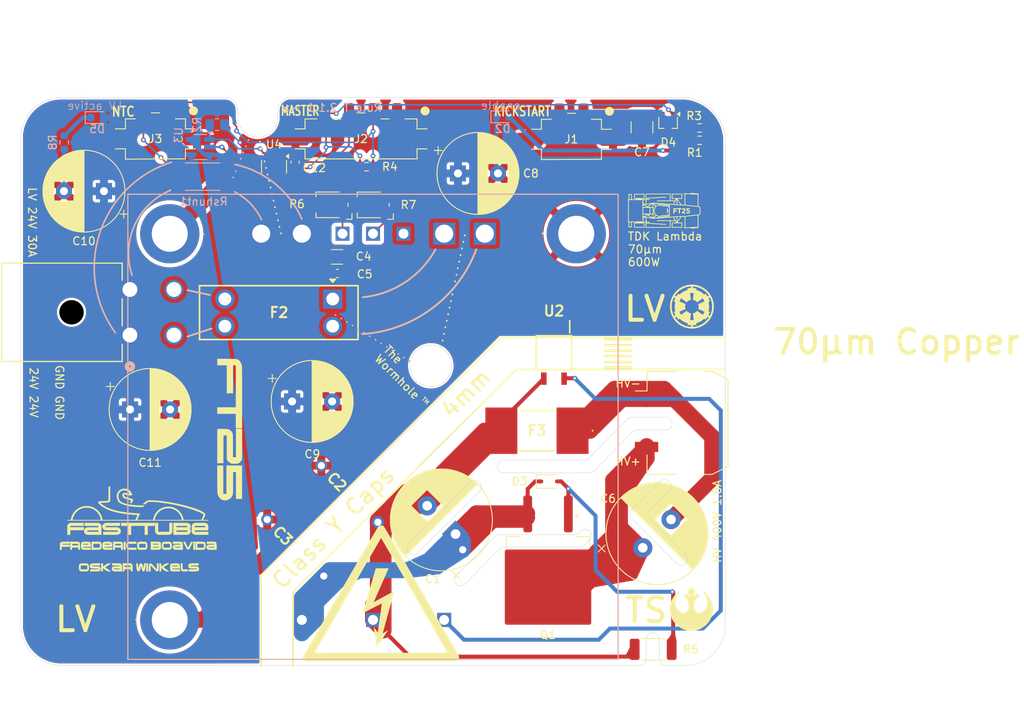
<source format=kicad_pcb>
(kicad_pcb
	(version 20240108)
	(generator "pcbnew")
	(generator_version "8.0")
	(general
		(thickness 1.67)
		(legacy_teardrops no)
	)
	(paper "A4")
	(layers
		(0 "F.Cu" mixed)
		(31 "B.Cu" mixed)
		(32 "B.Adhes" user "B.Adhesive")
		(33 "F.Adhes" user "F.Adhesive")
		(34 "B.Paste" user)
		(35 "F.Paste" user)
		(36 "B.SilkS" user "B.Silkscreen")
		(37 "F.SilkS" user "F.Silkscreen")
		(38 "B.Mask" user)
		(39 "F.Mask" user)
		(40 "Dwgs.User" user "User.Drawings")
		(41 "Cmts.User" user "User.Comments")
		(42 "Eco1.User" user "User.Eco1")
		(43 "Eco2.User" user "User.Eco2")
		(44 "Edge.Cuts" user)
		(45 "Margin" user)
		(46 "B.CrtYd" user "B.Courtyard")
		(47 "F.CrtYd" user "F.Courtyard")
		(48 "B.Fab" user)
		(49 "F.Fab" user)
		(50 "User.1" user)
		(51 "User.2" user)
		(52 "User.3" user)
		(53 "User.4" user)
		(54 "User.5" user)
		(55 "User.6" user)
		(56 "User.7" user)
		(57 "User.8" user)
		(58 "User.9" user)
	)
	(setup
		(stackup
			(layer "F.SilkS"
				(type "Top Silk Screen")
			)
			(layer "F.Paste"
				(type "Top Solder Paste")
			)
			(layer "F.Mask"
				(type "Top Solder Mask")
				(thickness 0.01)
			)
			(layer "F.Cu"
				(type "copper")
				(thickness 0.07)
			)
			(layer "dielectric 1"
				(type "core")
				(thickness 1.51)
				(material "FR4")
				(epsilon_r 4.5)
				(loss_tangent 0.02)
			)
			(layer "B.Cu"
				(type "copper")
				(thickness 0.07)
			)
			(layer "B.Mask"
				(type "Bottom Solder Mask")
				(thickness 0.01)
			)
			(layer "B.Paste"
				(type "Bottom Solder Paste")
			)
			(layer "B.SilkS"
				(type "Bottom Silk Screen")
			)
			(copper_finish "None")
			(dielectric_constraints no)
		)
		(pad_to_mask_clearance 0)
		(allow_soldermask_bridges_in_footprints no)
		(pcbplotparams
			(layerselection 0x00010fc_ffffffff)
			(plot_on_all_layers_selection 0x0000000_00000000)
			(disableapertmacros no)
			(usegerberextensions no)
			(usegerberattributes yes)
			(usegerberadvancedattributes yes)
			(creategerberjobfile no)
			(dashed_line_dash_ratio 12.000000)
			(dashed_line_gap_ratio 3.000000)
			(svgprecision 4)
			(plotframeref no)
			(viasonmask no)
			(mode 1)
			(useauxorigin yes)
			(hpglpennumber 1)
			(hpglpenspeed 20)
			(hpglpendiameter 15.000000)
			(pdf_front_fp_property_popups yes)
			(pdf_back_fp_property_popups yes)
			(dxfpolygonmode yes)
			(dxfimperialunits yes)
			(dxfusepcbnewfont yes)
			(psnegative no)
			(psa4output no)
			(plotreference yes)
			(plotvalue no)
			(plotfptext yes)
			(plotinvisibletext no)
			(sketchpadsonfab no)
			(subtractmaskfromsilk yes)
			(outputformat 1)
			(mirror no)
			(drillshape 0)
			(scaleselection 1)
			(outputdirectory "gerber/")
		)
	)
	(net 0 "")
	(net 1 "/-VIN")
	(net 2 "GND")
	(net 3 "Net-(D4-Pad3)")
	(net 4 "/+VIN")
	(net 5 "+3V3")
	(net 6 "/LV+")
	(net 7 "/3V_buttoncell")
	(net 8 "/TEMP_TSDCDC")
	(net 9 "/HV-in")
	(net 10 "/HV+in")
	(net 11 "/G")
	(net 12 "/~{EN}")
	(net 13 "/LV-")
	(net 14 "/LV_I_measure")
	(net 15 "/I_meas_weak")
	(net 16 "/+S")
	(net 17 "/TRM")
	(net 18 "Net-(D2-A)")
	(net 19 "Net-(D5-K)")
	(net 20 "/Vout+")
	(net 21 "Net-(R3-Pad2)")
	(footprint "Capacitor_SMD:C_1210_3225Metric" (layer "F.Cu") (at 177.6 64.721001 -90))
	(footprint "Resistor_SMD:R_0603_1608Metric" (layer "F.Cu") (at 184.8 64.8))
	(footprint "footprints:VY1471M29Y5UC63V0" (layer "F.Cu") (at 130.766058 113.762876 -45))
	(footprint "footprints:rebellion" (layer "F.Cu") (at 183.77 124.93))
	(footprint "FaSTTUBe_connectors:Micro_Mate-N-Lok_2p_vertical" (layer "F.Cu") (at 168.783 66.21))
	(footprint "Potentiometer_SMD:Potentiometer_Bourns_TC33X_Vertical" (layer "F.Cu") (at 143.92 74.42 180))
	(footprint "Capacitor_THT:CP_Radial_D12.5mm_P5.00mm" (layer "F.Cu") (at 154.3 115.584177 135))
	(footprint "Capacitor_THT:CP_Radial_D10.0mm_P5.00mm" (layer "F.Cu") (at 110.367678 72.7 180))
	(footprint "footprints:9775031360R" (layer "F.Cu") (at 118.59 78.03 180))
	(footprint "LOGO"
		(layer "F.Cu")
		(uuid "36ea3436-548e-4414-bac1-a7348850c228")
		(at 180.33 75.14)
		(property "Reference" "G***"
			(at 0 0 0)
			(layer "F.SilkS")
			(hide yes)
			(uuid "f973503b-fa37-47d9-b20f-d30676bb0e6c")
			(effects
				(font
					(size 1.5 1.5)
					(thickness 0.3)
				)
			)
		)
		(property "Value" "LOGO"
			(at 0.75 0 0)
			(layer "F.SilkS")
			(hide yes)
			(uuid "6387be7f-2b16-465c-8f89-140f5aa812b4")
			(effects
				(font
					(size 1.5 1.5)
					(thickness 0.3)
				)
			)
		)
		(property "Footprint" ""
			(at 0 0 0)
			(layer "F.Fab")
			(hide yes)
			(uuid "715f4f07-c5d3-4aaf-84cf-940e9c524073")
			(effects
				(font
					(size 1.27 1.27)
					(thickness 0.15)
				)
			)
		)
		(property "Datasheet" ""
			(at 0 0 0)
			(layer "F.Fab")
			(hide yes)
			(uuid "41393a24-4ba8-4af2-84c5-5556a5cd9241")
			(effects
				(font
					(size 1.27 1.27)
					(thickness 0.15)
				)
			)
		)
		(property "Description" ""
			(at 0 0 0)
			(layer "F.Fab")
			(hide yes)
			(uuid "47d9374d-4d87-4be0-875b-3451ee135b5f")
			(effects
				(font
					(size 1.27 1.27)
					(thickness 0.15)
				)
			)
		)
		(attr board_only exclude_from_pos_files exclude_from_bom)
		(fp_poly
			(pts
				(xy 2.210106 -0.240934) (xy 2.210106 -0.176067) (xy 2.115122 -0.176067) (xy 2.020138 -0.176067)
				(xy 2.020138 0.088034) (xy 2.020138 0.352134) (xy 1.948322 0.352134) (xy 1.876505 0.352134) (xy 1.876505 0.088034)
				(xy 1.876505 -0.176067) (xy 1.781521 -0.176067) (xy 1.686538 -0.176067) (xy 1.686538 -0.240935)
				(xy 1.686537 -0.305801) (xy 1.948322 -0.305801) (xy 2.210106 -0.305801)
			)
			(stroke
				(width 0)
				(type solid)
			)
			(fill solid)
			(layer "F.SilkS")
			(uuid "7df8e5e8-4ee8-444f-be4a-2fc6df64b466")
		)
		(fp_poly
			(pts
				(xy 1.644837 -0.238617) (xy 1.644837 -0.171435) (xy 1.49657 -0.171434) (xy 1.348303 -0.171434) (xy 1.348303 -0.10425)
				(xy 1.348303 -0.037067) (xy 1.484987 -0.037067) (xy 1.621671 -0.037067) (xy 1.621671 0.030116) (xy 1.621671 0.0973)
				(xy 1.484987 0.0973) (xy 1.348303 0.0973) (xy 1.348303 0.224717) (xy 1.348303 0.352134) (xy 1.27417 0.352134)
				(xy 1.200036 0.352134) (xy 1.200036 0.023167) (xy 1.200037 -0.305801) (xy 1.422437 -0.305801) (xy 1.644836 -0.305801)
			)
			(stroke
				(width 0)
				(type solid)
			)
			(fill solid)
			(layer "F.SilkS")
			(uuid "79488fa3-17fb-4e16-b5f3-2b64540a352f")
		)
		(fp_poly
			(pts
				(xy 2.532179 -0.312678) (xy 2.576155 -0.304473) (xy 2.614922 -0.2894) (xy 2.648 -0.267744) (xy 2.67491 -0.239793)
				(xy 2.695172 -0.205832) (xy 2.704208 -0.181813) (xy 2.708716 -0.159076) (xy 2.7108 -0.130942) (xy 2.71048 -0.100955)
				(xy 2.707773 -0.072656) (xy 2.703574 -0.052464) (xy 2.698715 -0.037255) (xy 2.692926 -0.02316) (xy 2.685517 -0.009402)
				(xy 2.675798 0.004797) (xy 2.663078 0.020215) (xy 2.646666 0.037632) (xy 2.625872 0.057823) (xy 2.600005 0.081568)
				(xy 2.568374 0.109644) (xy 2.53029 0.142829) (xy 2.529931 0.14314) (xy 2.430439 0.229351) (xy 2.575106 0.230575)
				(xy 2.719774 0.231799) (xy 2.719774 0.291967) (xy 2.719774 0.352134) (xy 2.490308 0.352134) (xy 2.260843 0.352134)
				(xy 2.262116 0.277056) (xy 2.263389 0.201979) (xy 2.356056 0.119177) (xy 2.402943 0.077122) (xy 2.443117 0.04073)
				(xy 2.476929 0.009665) (xy 2.504727 -0.016408) (xy 2.526863 -0.037827) (xy 2.543685 -0.054929) (xy 2.555544 -0.06805)
				(xy 2.562789 -0.077524) (xy 2.565176 -0.081851) (xy 2.5716 -0.10729) (xy 2.569746 -0.130812) (xy 2.56056 -0.15134)
				(xy 2.544994 -0.167801) (xy 2.523994 -0.179121) (xy 2.49851 -0.184225) (xy 2.475724 -0.18314) (xy 2.452963 -0.175273)
				(xy 2.433454 -0.159912) (xy 2.418912 -0.1387) (xy 2.413064 -0.123046) (xy 2.407173 -0.101018) (xy 2.367714 -0.103927)
				(xy 2.344598 -0.10571) (xy 2.320508 -0.107692) (xy 2.30031 -0.109471) (xy 2.298702 -0.109622) (xy 2.269145 -0.112408)
				(xy 2.272093 -0.14061) (xy 2.280459 -0.177948) (xy 2.296913 -0.213524) (xy 2.320278 -0.245457) (xy 2.349375 -0.271863)
				(xy 2.357833 -0.277654) (xy 2.388158 -0.29404) (xy 2.420755 -0.305158) (xy 2.458064 -0.31171) (xy 2.483473 -0.313727)
			)
			(stroke
				(width 0)
				(type solid)
			)
			(fill solid)
			(layer "F.SilkS")
			(uuid "c06ae400-d6b0-4739-b2a0-6d35249e5efc")
		)
		(fp_poly
			(pts
				(xy 3.243342 -0.245567) (xy 3.243342 -0.185334) (xy 3.111291 -0.185334) (xy 2.979241 -0.185333)
				(xy 2.979241 -0.135525) (xy 2.979241 -0.085718) (xy 3.035999 -0.085703) (xy 3.075658 -0.084189)
				(xy 3.108746 -0.079239) (xy 3.137528 -0.070212) (xy 3.16427 -0.05647) (xy 3.181956 -0.044466) (xy 3.203555 -0.026318)
				(xy 3.221029 -0.006004) (xy 3.236416 0.019128) (xy 3.246178 0.039116) (xy 3.254238 0.063529) (xy 3.259574 0.09369)
				(xy 3.261941 0.126422) (xy 3.261098 0.158544) (xy 3.257324 0.184609) (xy 3.244399 0.223685) (xy 3.224208 0.260227)
				(xy 3.198098 0.292412) (xy 3.167418 0.318418) (xy 3.150847 0.328502) (xy 3.111135 0.345164) (xy 3.066727 0.356095)
				(xy 3.020478 0.360938) (xy 2.975243 0.359334) (xy 2.945754 0.354196) (xy 2.903627 0.339619) (xy 2.867264 0.317857)
				(xy 2.836999 0.289211) (xy 2.813163 0.253981) (xy 2.79881 0.220868) (xy 2.79432 0.207035) (xy 2.791744 0.197519)
				(xy 2.791552 0.194601) (xy 2.796444 0.193609) (xy 2.808775 0.190877) (xy 2.826961 0.186759) (xy 2.849416 0.181613)
				(xy 2.863407 0.178384) (xy 2.887539 0.172819) (xy 2.908262 0.168078) (xy 2.924002 0.164518) (xy 2.933186 0.162495)
				(xy 2.934883 0.162167) (xy 2.937199 0.166065) (xy 2.941475 0.175947) (xy 2.943919 0.182163) (xy 2.957618 0.206359)
				(xy 2.976856 0.224378) (xy 2.999977 0.235881) (xy 3.025322 0.240528) (xy 3.051235 0.23798) (xy 3.076057 0.227898)
				(xy 3.095075 0.213134) (xy 3.111612 0.190456) (xy 3.120769 0.164235) (xy 3.12262 0.136431) (xy 3.117245 0.108995)
				(xy 3.10472 0.083886) (xy 3.089275 0.066498) (xy 3.070671 0.05315) (xy 3.049056 0.043822) (xy 3.022749 0.038071)
				(xy 2.990066 0.035457) (xy 2.969974 0.03519) (xy 2.940708 0.035905) (xy 2.915232 0.038169) (xy 2.889963 0.042519)
				(xy 2.861313 0.04949) (xy 2.845988 0.053732) (xy 2.835519 0.056704) (xy 2.838042 -0.086323) (xy 2.838768 -0.123978)
				(xy 2.83959 -0.160526) (xy 2.840463 -0.194417) (xy 2.841344 -0.224098) (xy 2.842188 -0.248021) (xy 2.842954 -0.264633)
				(xy 2.843135 -0.267576) (xy 2.845706 -0.305801) (xy 3.044525 -0.305801) (xy 3.243342 -0.305801)
			)
			(stroke
				(width 0)
				(type solid)
			)
			(fill solid)
			(layer "F.SilkS")
			(uuid "5a963cb9-9510-4127-9f96-127e7c222fca")
		)
		(fp_poly
			(pts
				(xy 3.38727 -2.232811) (xy 3.40086 -2.231479) (xy 3.422092 -2.229358) (xy 3.450178 -2.22653) (xy 3.484329 -2.223073)
				(xy 3.523759 -2.219069) (xy 3.567678 -2.214599) (xy 3.615297 -2.209743) (xy 3.66583 -2.204582) (xy 3.718489 -2.199197)
				(xy 3.772484 -2.193667) (xy 3.827029 -2.188075) (xy 3.881335 -2.182501) (xy 3.934614 -2.177024)
				(xy 3.986077 -2.171727) (xy 4.034939 -2.166689) (xy 4.080407 -2.161992) (xy 4.121698 -2.157716)
				(xy 4.158021 -2.153941) (xy 4.188587 -2.150748) (xy 4.200017 -2.149547) (xy 4.234253 -2.145885)
				(xy 4.265408 -2.142435) (xy 4.292316 -2.139335) (xy 4.31381 -2.136726) (xy 4.328722 -2.134745) (xy 4.335885 -2.133532)
				(xy 4.336334 -2.133359) (xy 4.336533 -2.128574) (xy 4.336655 -2.115023) (xy 4.336705 -2.093209)
				(xy 4.336684 -2.063633) (xy 4.336595 -2.026795) (xy 4.33644 -1.983198) (xy 4.336223 -1.933343) (xy 4.335944 -1.877731)
				(xy 4.335608 -1.816864) (xy 4.335216 -1.751243) (xy 4.33477 -1.681369) (xy 4.334273 -1.607743) (xy 4.333728 -1.530869)
				(xy 4.333136 -1.451244) (xy 4.332871 -1.416624) (xy 4.332241 -1.334602) (xy 4.331634 -1.254271)
				(xy 4.33105 -1.176204) (xy 4.330496 -1.10097) (xy 4.329976 -1.029142) (xy 4.329492 -0.961291) (xy 4.329052 -0.897987)
				(xy 4.328655 -0.839801) (xy 4.328308 -0.787305) (xy 4.328013 -0.741071) (xy 4.327776 -0.701668)
				(xy 4.327599 -0.669669) (xy 4.327487 -0.645643) (xy 4.327444 -0.630164) (xy 4.327444 -0.627586)
				(xy 4.327545 -0.55322) (xy 4.37377 -0.54809) (xy 4.419996 -0.542959) (xy 4.484971 -0.483626) (xy 4.505281 -0.464833)
				(xy 4.522986 -0.44798) (xy 4.537024 -0.434118) (xy 4.546333 -0.424295) (xy 4.54985 -0.419562) (xy 4.549855 -0.419489)
				(xy 4.550293 -0.414027) (xy 4.551582 -0.400285) (xy 4.55363 -0.379199) (xy 4.556344 -0.351708) (xy 4.55963 -0.31875)
				(xy 4.563396 -0.281261) (xy 4.567548 -0.240179) (xy 4.571355 -0.202709) (xy 4.592945 0.009267) (xy 4.571355 0.221242)
				(xy 4.566945 0.264663) (xy 4.562841 0.305296) (xy 4.559137 0.342206) (xy 4.555926 0.374453) (xy 4.553301 0.401102)
				(xy 4.551353 0.421213) (xy 4.550178 0.433849) (xy 4.549855 0.438022) (xy 4.546612 0.442512) (xy 4.537531 0.452137)
				(xy 4.523674 0.465847) (xy 4.506105 0.482593) (xy 4.485885 0.501324) (xy 4.484971 0.50216) (xy 4.419997 0.561493)
				(xy 4.373769 0.566623) (xy 4.327545 0.571753) (xy 4.327444 0.646119) (xy 4.327469 0.65926) (xy 4.327563 0.681097)
				(xy 4.327723 0.711058) (xy 4.327945 0.748571) (xy 4.328225 0.793067) (xy 4.328559 0.843974) (xy 4.328943 0.90072)
				(xy 4.329373 0.962734) (xy 4.329846 1.029446) (xy 4.330356 1.100286) (xy 4.330901 1.17468) (xy 4.331477 1.252059)
				(xy 4.332079 1.33185) (xy 4.332704 1.413485) (xy 4.332871 1.435157) (xy 4.333481 1.5158) (xy 4.334047 1.593906)
				(xy 4.334564 1.668978) (xy 4.335032 1.740512) (xy 4.335447 1.808006) (xy 4.335808 1.870958) (xy 4.336111 1.928869)
				(xy 4.336355 1.981237) (xy 4.336537 2.02756) (xy 4.336653 2.067337) (xy 4.336704 2.100067) (xy 4.336685 2.125248)
				(xy 4.336594 2.142379) (xy 4.336429 2.150958) (xy 4.336335 2.151893) (xy 4.331377 2.152884) (xy 4.318367 2.15468)
				(xy 4.298472 2.157138) (xy 4.272859 2.160123) (xy 4.242694 2.163495) (xy 4.209148 2.167117) (xy 4.200017 2.168082)
				(xy 4.172233 2.170992) (xy 4.138346 2.174521) (xy 4.099146 2.178586) (xy 4.055419 2.183108) (xy 4.007954 2.188005)
				(xy 3.957539 2.193199) (xy 3.904962 2.198607) (xy 3.851011 2.204148) (xy 3.796475 2.209742) (xy 3.742141 2.215309)
				(xy 3.688796 2.220768) (xy 3.63723 2.226037) (xy 3.588231 2.231037) (xy 3.542586 2.235687) (xy 3.501083 2.239906)
				(xy 3.464512 2.243614) (xy 3.433658 2.246729) (xy 3.409312 2.249172) (xy 3.39226 2.250859) (xy 3.383291 2.251715)
				(xy 3.382109 2.251806) (xy 3.380255 2.247528) (xy 3.378178 2.23608) (xy 3.376217 2.219545) (xy 3.37545 2.210835)
				(xy 3.3736 2.191763) (xy 3.371439 2.175942) (xy 3.369333 2.165869) (xy 3.368582 2.163999) (xy 3.368194 2.163123)
				(xy 3.367841 2.162336) (xy 3.367055 2.161657) (xy 3.365358 2.161104) (xy 3.362276 2.160697) (xy 3.357337 2.160453)
				(xy 3.350069 2.160392) (xy 3.339994 2.160532) (xy 3.32664 2.16089) (xy 3.309536 2.161487) (xy 3.288204 2.162341)
				(xy 3.26217 2.16347) (xy 3.230964 2.164892) (xy 3.19411 2.166627) (xy 3.151135 2.168692) (xy 3.101565 2.171107)
				(xy 3.044926 2.17389) (xy 2.980744 2.177059) (xy 2.908545 2.180634) (xy 2.827857 2.184632) (xy 2.773776 2.187311)
				(xy 2.723126 2.189773) (xy 2.675244 2.19201) (xy 2.630927 2.19399) (xy 2.590972 2.195683) (xy 2.556177 2.197057)
				(xy 2.52734 2.198081) (xy 2.505257 2.198724) (xy 2.490727 2.198954) (xy 2.484548 2.198738) (xy 2.484397 2.198675)
				(xy 2.482972 2.193086) (xy 2.4815 2.180449) (xy 2.480208 2.162975) (xy 2.479683 2.152716) (xy 2.477796 2.109587)
				(xy 2.502643 2.106603) (xy 2.520245 2.105084) (xy 2.542271 2.103995) (xy 2.563398 2.103579) (xy 2.599307 2.103539)
				(xy 2.599205 2.03983) (xy 2.599136 2.026958) (xy 2.59896 2.005475) (xy 2.598682 1.976034) (xy 2.598313 1.939289)
				(xy 2.597857 1.895895) (xy 2.597323 1.846507) (xy 2.596718 1.791777) (xy 2.596049 1.732363) (xy 2.595323 1.668916)
				(xy 2.594547 1.602089) (xy 2.593729 1.53254) (xy 2.592876 1.460921) (xy 2.592357 1.417804) (xy 2.591488 1.345622)
				(xy 2.590651 1.275356) (xy 2.589851 1.207638) (xy 2.589097 1.143098) (xy 2.588395 1.08237) (xy 2.587752 1.026085)
				(xy 2.587175 0.974875) (xy 2.586672 0.929372) (xy 2.58625 0.890208) (xy 2.585916 0.858015) (xy 2.585677 0.833425)
				(xy 2.585539 0.817069) (xy 2.585508 0.811266) (xy 2.585407 0.763045) (xy 2.477681 0.76615) (xy 2.420738 0.767807)
				(xy 2.372367 0.769264) (xy 2.331872 0.770562) (xy 2.298559 0.771745) (xy 2.271738 0.772854) (xy 2.250712 0.773931)
				(xy 2.234789 0.775018) (xy 2.223275 0.776158) (xy 2.215478 0.777392) (xy 2.210703 0.778764) (xy 2.208257 0.780313)
				(xy 2.207447 0.782084) (xy 2.207419 0.782564) (xy 2.204733 0.787317) (xy 2.196946 0.798996) (xy 2.184444 0.817061)
				(xy 2.167617 0.84097) (xy 2.146849 0.870183) (xy 2.122527 0.90416) (xy 2.09504 0.94236) (xy 2.064773 0.984242)
				(xy 2.032115 1.029266) (xy 1.99745 1.07689) (xy 1.961168 1.126575) (xy 1.960005 1.128165) (xy 1.923623 1.177986)
				(xy 1.888809 1.225823) (xy 1.855956 1.271128) (xy 1.825453 1.313354) (xy 1.797694 1.351955) (xy 1.773068 1.386383)
				(xy 1.751966 1.416092) (xy 1.734781 1.440534) (xy 1.721903 1.459162) (xy 1.713724 1.47143) (xy 1.710635 1.47679)
				(xy 1.710627 1.476824) (xy 1.708624 1.487304) (xy 2.003382 1.487304) (xy 2.298139 1.487304) (xy 2.298144 1.583446)
				(xy 2.298213 1.608384) (xy 2.298406 1.641116) (xy 2.29871 1.680174) (xy 2.299111 1.724089) (xy 2.299595 1.771389)
				(xy 2.300147 1.820606) (xy 2.300755 1.870268) (xy 2.301218 1.905463) (xy 2.304286 2.131339) (xy 1.647305 2.131339)
				(xy 0.990323 2.131339) (xy 0.993195 2.113964) (xy 0.993689 2.106417) (xy 0.994158 2.090423) (xy 0.994594 2.066805)
				(xy 0.99496 2.038672) (xy 1.08875 2.038672) (xy 1.647111 2.038672) (xy 2.205472 2.038672) (xy 2.205472 1.809321)
				(xy 2.205472 1.579971) (xy 1.656421 1.579199) (xy 1.585739 1.579096) (xy 1.517565 1.578991) (xy 1.452484 1.578885)
				(xy 1.391074 1.578779) (xy 1.333918 1.578675) (xy 1.281595 1.578571) (xy 1.234689 1.578472) (xy 1.193778 1.578378)
				(xy 1.159447 1.57829) (xy 1.132272 1.578209) (xy 1.112838 1.578137) (xy 1.101725 1.578074) (xy 1.099261 1.57804)
				(xy 1.097423 1.578408) (xy 1.095875 1.580202) (xy 1.094589 1.584173) (xy 1.093535 1.591074) (xy 1.092682 1.601656)
				(xy 1.091999 1.61667) (xy 1.091456 1.636869) (xy 1.091023 1.663004) (xy 1.090669 1.695827) (xy 1.090364 1.736087)
				(xy 1.090077 1.784539) (xy 1.089951 1.808163) (xy 1.08875 2.038672) (xy 0.99496 2.038672) (xy 0.99499 2.036382)
				(xy 0.995338 1.999975) (xy 0.995631 1.958404) (xy 0.995862 1.912492) (xy 0.996024 1.863057) (xy 0.996108 1.810921)
				(xy 0.996118 1.78963) (xy 0.996169 1.482671) (xy 1.242123 1.482671) (xy 1.291787 1.482595) (xy 1.337431 1.482378)
				(xy 1.378334 1.48203) (xy 1.413769 1.481564) (xy 1.443013 1.480992) (xy 1.465339 1.480327) (xy 1.480024 1.47958)
				(xy 1.486341 1.478764) (xy 1.486531 1.478558) (xy 1.484152 1.47334) (xy 1.478357 1.461039) (xy 1.469747 1.442919)
				(xy 1.458926 1.420247) (xy 1.446495 1.394288) (xy 1.441011 1.382862) (xy 1.397037 1.291279) (xy 1.283478 1.294298)
				(xy 1.249685 1.295057) (xy 1.208904 1.295746) (xy 1.163413 1.296342) (xy 1.11549 1.296818) (xy 1.067413 1.297151)
				(xy 1.021462 1.297314) (xy 1.006594 1.297327) (xy 0.843269 1.297337) (xy 0.843269 1.721288) (xy 0.843269 2.145239)
				(xy -0.708148 2.145239) (xy -2.259563 2.145239) (xy -2.262634 1.935978) (xy -2.263315 1.886185)
				(xy -2.263944 1.833688) (xy -2.264503 1.780411) (xy -2.264976 1.728276) (xy -2.265345 1.679207)
				(xy -2.265592 1.635127) (xy -2.265702 1.59796) (xy -2.265706 1.590794) (xy -2.265739 1.55167) (xy -2.265876 1.520834)
				(xy -2.266173 1.497306) (xy -2.266692 1.480108) (xy -2.26749 1.46826) (xy -2.268626 1.460783) (xy -2.270157 1.456697)
				(xy -2.272141 1.455025) (xy -2.273814 1.454766) (xy -2.280294 1.454537) (xy -2.294854 1.453935)
				(xy -2.316319 1.453013) (xy -2.343512 1.451821) (xy -2.37526 1.450411) (xy -2.410382 1.448834) (xy -2.43019 1.447939)
				(xy -2.468142 1.446262) (xy -2.504686 1.44473) (xy -2.538371 1.443397) (xy -2.567745 1.442318) (xy -2.591357 1.441547)
				(xy -2.607758 1.441142) (xy -2.612049 1.441093) (xy -2.64564 1.44097) (xy -2.64564 1.468771) (xy -2.645639 1.496571)
				(xy -2.525331 1.496571) (xy -2.405021 1.496571) (xy -2.403705 1.805846) (xy -2.403515 1.858546)
				(xy -2.403401 1.908502) (xy -2.40336 1.954946) (xy -2.40339 1.997109) (xy -2.403489 2.034222) (xy -2.403653 2.065515)
				(xy -2.403881 2.090221) (xy -2.404171 2.107569) (xy -2.404518 2.116791) (xy -2.404706 2.118106)
				(xy -2.409529 2.11848) (xy -2.423095 2.118886) (xy -2.44488 2.119321) (xy -2.474362 2.119778) (xy -2.511016 2.120253)
				(xy -2.554319 2.12074) (xy -2.603749 2.121235) (xy -2.658781 2.121732) (xy -2.718891 2.122227) (xy -2.783558 2.122715)
				(xy -2.852257 2.12319) (xy -2.924462 2.123648) (xy -2.999654 2.124083) (xy -3.0638 2.124423) (xy -3.720577 2.127757)
				(xy -3.720577 1.81448) (xy -3.720577 1.593871) (xy -3.62791 1.593871) (xy -3.62791 1.814711) (xy -3.62791 2.03555)
				(xy -3.411698 2.032478) (xy -3.369215 2.031948) (xy -3.31891 2.031448) (xy -3.262228 2.030984) (xy -3.200615 2.030565)
				(xy -3.135516 2.030198) (xy -3.068375 2.029891) (xy -3.000637 2.029653) (xy -2.933749 2.02949) (xy -2.869154 2.029412)
				(xy -2.846385 2.029405) (xy -2.497283 2.029405) (xy -2.498486 1.81048) (xy -2.49969 1.591554) (xy -2.537915 1.591676)
				(xy -2.547579 1.591701) (xy -2.565869 1.591743) (xy -2.592146 1.591801) (xy -2.62577 1.591872) (xy -2.666099 1.591957)
				(xy -2.712496 1.592053) (xy -2.764319 1.592159) (xy -2.820929 1.592274) (xy -2.881685 1.592396)
				(xy -2.945948 1.592525) (xy -3.013077 1.592659) (xy -3.082432 1.592796) (xy -3.102025 1.592834)
				(xy -3.62791 1.593871) (xy -3.720577 1.593871) (xy -3.720577 1.501204) (xy -3.654551 1.501183) (xy -3.624666 1.500936)
				(xy -3.592334 1.500279) (xy -3.561481 1.499312) (xy -3.536401 1.498158) (xy -3.484276 1.495155)
				(xy -3.484276 1.468063) (xy -3.484276 1.44097) (xy -3.740716 1.44097) (xy -3.997156 1.44097) (xy -4.000524 1.764101)
				(xy -4.001097 1.817922) (xy -4.001663 1.868962) (xy -4.002214 1.916476) (xy -4.002738 1.959718)
				(xy -4.003227 1.997942) (xy -4.00367 2.030405) (xy -4.004058 2.056359) (xy -4.004382 2.07506) (xy -4.004631 2.085762)
				(xy -4.004755 2.088096) (xy -4.009616 2.088576) (xy -4.02259 2.089168) (xy -4.042528 2.089847) (xy -4.068278 2.090589)
				(xy -4.098689 2.091373) (xy -4.132609 2.092176) (xy -4.168888 2.092974) (xy -4.206373 2.093745)
				(xy -4.243913 2.094466) (xy -4.28036 2.095114) (xy -4.314559 2.095667) (xy -4.34536 2.096101) (xy -4.371612 2.096393)
				(xy -4.392163 2.096521) (xy -4.405862 2.096463) (xy -4.411559 2.096194) (xy -4.41163 2.096166) (xy -4.412287 2.091243)
				(xy -4.412909 2.077802) (xy -4.413489 2.056593) (xy -4.414016 2.028365) (xy -4.414482 1.993867)
				(xy -4.414878 1.953848) (xy -4.415193 1.909058) (xy -4.415422 1.860246) (xy -4.415551 1.808161)
				(xy -4.415578 1.769665) (xy -4.415578 1.445919) (xy -4.322912 1.44592) (xy -4.322911 1.632667) (xy -4.32283 1.677998)
				(xy -4.322597 1.724363) (xy -4.322233 1.770035) (xy -4.321755 1.813286) (xy -4.321184 1.852391)
				(xy -4.320538 1.885623) (xy -4.319861 1.910511) (xy -4.31681 2.001605) (xy -4.27237 2.001588) (xy -4.250095 2.001348)
				(xy -4.222113 2.000707) (xy -4.191967 1.999762) (xy -4.163205 1.99861) (xy -4.162654 1.998585) (xy -4.09738 1.995599)
				(xy -4.094329 1.722449) (xy -4.093807 1.672987) (xy -4.093375 1.626306) (xy -4.093037 1.583227)
				(xy -4.092796 1.544568) (xy -4.092653 1.51115) (xy -4.092615 1.483793) (xy -4.092685 1.463316) (xy -4.092866 1.450539)
				(xy -4.09313 1.446294) (xy -4.09808 1.445515) (xy -4.111021 1.444917) (xy -4.130668 1.444519) (xy -4.155749 1.444338)
				(xy -4.184984 1.444394) (xy -4.208947 1.444604) (xy -4.322912 1.44592) (xy -4.415578 1.445919) (xy -4.415578 1.445604)
				(xy -4.44609 1.445604) (xy -4.476601 1.445603) (xy -4.472918 1.340195) (xy -4.472551 1.32484) (xy -4.472203 1.300703)
				(xy -4.471875 1.268271) (xy -4.471567 1.22803) (xy -4.471279 1.180464) (xy -4.47101 1.126058) (xy -4.470761 1.065302)
				(xy -4.470532 0.998677) (xy -4.470323 0.92667) (xy -4.470132 0.849767) (xy -4.469964 0.768454) (xy -4.469814 0.683216)
				(xy -4.469683 0.594538) (xy -4.469572 0.502907) (xy -4.469482 0.408808) (xy -4.469412 0.312726)
				(xy -4.469361 0.215146) (xy -4.469329 0.116557) (xy -4.469318 0.017441) (xy -4.469319 0.009267)
				(xy -4.376195 0.009267) (xy -4.376195 1.348304) (xy -3.921735 1.348303) (xy -3.84542 1.348265) (xy -3.763054 1.348156)
				(xy -3.676284 1.347978) (xy -3.586755 1.34774) (xy -3.496112 1.347448) (xy -3.4755 1.34737) (xy -2.566874 1.347369)
				(xy -2.510115 1.350271) (xy -2.485398 1.351507) (xy -2.454562 1.353009) (xy -2.420743 1.354622)
				(xy -2.387079 1.356201) (xy -2.369956 1.35699) (xy -2.342439 1.358262) (xy -2.317591 1.359435) (xy -2.297116 1.360426)
				(xy -2.28272 1.361153) (xy -2.27648 1.361507) (xy -2.266404 1.362204) (xy -2.268995 1.099261) (xy -2.269489 1.050816)
				(xy -2.269988 1.005216) (xy -2.270479 0.963292) (xy -2.270952 0.925869) (xy -2.271395 0.893779)
				(xy -2.271407 0.893007) (xy -2.176597 0.893007) (xy -2.176496 0.920555) (xy -2.176287 0.953996)
				(xy -2.175973 0.992488) (xy -2.175561 1.035186) (xy -2.175055 1.081248) (xy -2.174701 1.110891)
				(xy -2.17154 1.365972) (xy -2.129432 1.368977) (xy -2.067771 1.373609) (xy -2.010185 1.378392) (xy -1.957281 1.383255)
				(xy -1.909674 1.388125) (xy -1.867971 1.39293) (xy -1.832783 1.397595) (xy -1.80472 1.40205) (xy -1.784393 1.406223)
				(xy -1.772412 1.410037) (xy -1.769774 1.411753) (xy -1.769529 1.417538) (xy -1.771735 1.42998) (xy -1.775956 1.446925)
				(xy -1.778921 1.457187) (xy -1.785239 1.477077) (xy -1.790133 1.489488) (xy -1.794401 1.495928)
				(xy -1.798845 1.497914) (xy -1.800426 1.497857) (xy -1.808153 1.49683) (xy -1.823059 1.494741) (xy -1.843149 1.491874)
				(xy -1.866434 1.488511) (xy -1.871871 1.48772) (xy -1.897523 1.484335) (xy -1.929466 1.480654) (xy -1.964746 1.476986)
				(xy -2.000406 1.473642) (xy -2.027089 1.471419) (xy -2.057452 1.46905) (xy -2.086497 1.466764) (xy -2.112259 1.464717)
				(xy -2.132778 1.463064) (xy -2.146087 1.461962) (xy -2.146397 1.461935) (xy -2.173039 1.459646)
				(xy -2.173039 1.489692) (xy -2.172691 1.506113) (xy -2.171285 1.515262) (xy -2.168279 1.519122)
				(xy -2.164797 1.519737) (xy -2.158723 1.520031) (xy -2.144281 1.520874) (xy -2.12235 1.522213) (xy -2.093809 1.52399)
				(xy -2.059538 1.526152) (xy -2.020415 1.528643) (xy -1.977319 1.531407) (xy -1.93113 1.534389) (xy -1.906488 1.535988)
				(xy -1.854929 1.539338) (xy -1.80268 1.542728) (xy -1.751135 1.546071) (xy -1.701688 1.549275) (xy -1.655732 1.55225)
				(xy -1.614661 1.554907) (xy -1.579869 1.557154) (xy -1.552749 1.558901) (xy -1.549854 1.559087)
				(xy -1.519396 1.561047) (xy -1.481663 1.56348) (xy -1.438624 1.566258) (xy -1.392251 1.569254) (xy -1.344516 1.57234)
				(xy -1.297389 1.575391) (xy -1.264903 1.577495) (xy -1.217015 1.580596) (xy -1.16498 1.583963) (xy -1.111213 1.587439)
				(xy -1.058137 1.590868) (xy -1.008165 1.594093) (xy -0.963719 1.596959) (xy -0.942887 1.598301)
				(xy -0.897305 1.601236) (xy -0.845716 1.60456) (xy -0.791355 1.608063) (xy -0.737462 1.611537) (xy -0.687275 1.614773)
				(xy -0.655619 1.616816) (xy -0.610848 1.619703) (xy -0.559926 1.622982) (xy -0.505948 1.626455)
				(xy -0.452011 1.629924) (xy -0.401211 1.633186) (xy -0.363718 1.635592) (xy -0.328419 1.637861)
				(xy -0.285555 1.640625) (xy -0.236806 1.643776) (xy -0.183852 1.647202) (xy -0.128376 1.650799)
				(xy -0.072057 1.654455) (xy -0.016577 1.658062) (xy 0.031407 1.661186) (xy 0.078504 1.664246) (xy 0.122931 1.667115)
				(xy 0.163807 1.669738) (xy 0.200251 1.672059) (xy 0.231381 1.674022) (xy 0.256316 1.675572) (xy 0.274174 1.676652)
				(xy 0.284073 1.677206) (xy 0.285714 1.677271) (xy 0.289145 1.678355) (xy 0.291125 1.682707) (xy 0.291847 1.691981)
				(xy 0.291504 1.70783) (xy 0.290854 1.721421) (xy 0.289553 1.740799) (xy 0.287959 1.756543) (xy 0.286321 1.766454)
				(xy 0.285478 1.768637) (xy 0.280651 1.768608) (xy 0.266958 1.768) (xy 0.24478 1.766836) (xy 0.214499 1.765141)
				(xy 0.176497 1.762937) (xy 0.131153 1.76025) (xy 0.078851 1.757101) (xy 0.019972 1.753516) (xy -0.045106 1.749517)
				(xy -0.115998 1.745128) (xy -0.192324 1.740372) (xy -0.273703 1.735274) (xy -0.359753 1.729857)
				(xy -0.450093 1.724144) (xy -0.544342 1.718159) (xy -0.642118 1.711925) (xy -0.743041 1.705468)
				(xy -0.846728 1.698808) (xy -0.944155 1.692531) (xy -1.050013 1.6857) (xy -1.153439 1.679031) (xy -1.254052 1.67255)
				(xy -1.351472 1.666279) (xy -1.445319 1.660243) (xy -1.535212 1.654466) (xy -1.620772 1.648974)
				(xy -1.701618 1.643789) (xy -1.77737 1.638936) (xy -1.847648 1.634441) (xy -1.912071 1.630326) (xy -1.97026 1.626617)
				(xy -2.021834 1.623337) (xy -2.066412 1.620512) (xy -2.103615 1.618164) (xy -2.133063 1.61632) (xy -2.154375 1.615002)
				(xy -2.167171 1.614236) (xy -2.171095 1.614039) (xy -2.171128 1.618662) (xy -2.171074 1.631645)
				(xy -2.170943 1.652082) (xy -2.170742 1.679067) (xy -2.170476 1.711694) (xy -2.170155 1.749057)
				(xy -2.169782 1.790249) (xy -2.169374 1.833647) (xy -2.167282 2.052572) (xy -0.707684 2.052572)
				(xy 0.751913 2.052572) (xy 0.748501 1.676113) (xy 0.747965 1.617934) (xy 0.747438 1.562492) (xy 0.746927 1.510476)
				(xy 0.746439 1.462575) (xy 0.745982 1.419482) (xy 0.745565 1.381879) (xy 0.745193 1.350461) (xy 0.744876 1.325917)
				(xy 0.74462 1.308934) (xy 0.744433 1.300203) (xy 0.74437 1.299146) (xy 0.739738 1.29906) (xy 0.726314 1.298912)
				(xy 0.704572 1.298707) (xy 0.674985 1.29845) (xy 0.63803 1.298141) (xy 0.594179 1.297786) (xy 0.543907 1.297389)
				(xy 0.487688 1.296953) (xy 0.425996 1.296482) (xy 0.359306 1.295979) (xy 0.288092 1.295448) (xy 0.212828 1.294894)
				(xy 0.133988 1.294318) (xy 0.052047 1.293726) (xy -0.032522 1.293121) (xy -0.050967 1.292989) (xy -0.136082 1.292366)
				(xy -0.218697 1.291727) (xy -0.298338 1.291076) (xy -0.374525 1.29042) (xy -0.446785 1.289762) (xy -0.51464 1.289109)
				(xy -0.577615 1.288467) (xy -0.635234 1.287838) (xy -0.687017 1.287229) (xy -0.732492 1.286647)
				(xy -0.771182 1.286094) (xy -0.80261 1.285578) (xy -0.8263 1.285103) (xy -0.841774 1.284674) (xy -0.848559 1.284296)
				(xy -0.848834 1.284224) (xy -0.849966 1.278521) (xy -0.850313 1.265798) (xy -0.849853 1.248265)
				(xy -0.849272 1.23771) (xy -0.84646 1.194313) (xy -0.241371 1.198332) (xy -0.165921 1.198806) (xy -0.087571 1.199245)
				(xy -0.006827 1.199647) (xy 0.075804 1.200015) (xy 0.159817 1.200345) (xy 0.244705 1.200641) (xy 0.329962 1.2009)
				(xy 0.415083 1.201123) (xy 0.49956 1.201308) (xy 0.582888 1.201456) (xy 0.664561 1.201569) (xy 0.744073 1.201645)
				(xy 0.820918 1.20168) (xy 0.894589 1.201678) (xy 0.964581 1.20164) (xy 1.030387 1.201562) (xy 1.091501 1.201446)
				(xy 1.147417 1.20129) (xy 1.19763 1.201096) (xy 1.241632 1.200862) (xy 1.278919 1.200589) (xy 1.308983 1.200276)
				(xy 1.331319 1.199923) (xy 1.34542 1.19953) (xy 1.35078 1.199096) (xy 1.350806 1.199078) (xy 1.349214 1.19475)
				(xy 1.344123 1.183101) (xy 1.336024 1.165174) (xy 1.325408 1.142014) (xy 1.312764 1.114663) (xy 1.298583 1.084164)
				(xy 1.283355 1.051563) (xy 1.26757 1.0179) (xy 1.251718 0.984222) (xy 1.23629 0.951571) (xy 1.221776 0.920988)
				(xy 1.208665 0.893521) (xy 1.197449 0.87021) (xy 1.188618 0.852101) (xy 1.18266 0.840235) (xy 1.180095 0.835685)
				(xy 1.175226 0.835695) (xy 1.161554 0.836353) (xy 1.139522 0.83763) (xy 1.10957 0.839495) (xy 1.07214 0.84192)
				(xy 1.027672 0.844876) (xy 0.976607 0.848331) (xy 0.919386 0.852257) (xy 0.85645 0.856627) (xy 0.788239 0.861409)
				(xy 0.715194 0.866573) (xy 0.685735 0.868667) (xy 0.663095 0.870269) (xy 0.632355 0.872428) (xy 0.594658 0.875065)
				(xy 0.551149 0.8781) (xy 0.502971 0.881454) (xy 0.451269 0.885047) (xy 0.397186 0.888799) (xy 0.341867 0.89263)
				(xy 0.286456 0.896461) (xy 0.284951 0.896566) (xy 0.176937 0.90403) (xy 0.077696 0.910891) (xy -0.013246 0.917182)
				(xy -0.09636 0.922935) (xy -0.172119 0.928184) (xy -0.240997 0.932962) (xy -0.303464 0.9373) (xy -0.359995 0.941234)
				(xy -0.411061 0.944794) (xy -0.457135 0.948013) (xy -0.49869 0.950924) (xy -0.536198 0.953561) (xy -0.549051 0.954467)
				(xy -0.578891 0.956562) (xy -0.616558 0.95919) (xy -0.660642 0.962254) (xy -0.709728 0.965655) (xy -0.7624 0.969296)
				(xy -0.817245 0.973079) (xy -0.872847 0.976906) (xy -0.927792 0.980679) (xy -0.949836 0.98219) (xy -1.01286 0.986511)
				(xy -1.067275 0.990257) (xy -1.113708 0.993486) (xy -1.152795 0.996259) (xy -1.185167 0.998635)
				(xy -1.211458 1.000672) (xy -1.232301 1.002429) (xy -1.248327 1.003966) (xy -1.26017 1.005342) (xy -1.268462 1.006617)
				(xy -1.273837 1.007848) (xy -1.276926 1.009095) (xy -1.278363 1.010417) (xy -1.27878 1.011874) (xy -1.278804 1.012926)
				(xy -1.282603 1.018344) (xy -1.286912 1.019325) (xy -1.292531 1.018476) (xy -1.306619 1.016012)
				(xy -1.328539 1.012051) (xy -1.357656 1.006711) (xy -1.393335 1.000111) (xy -1.434941 0.992369)
				(xy -1.481838 0.983603) (xy -1.533392 0.973932) (xy -1.588967 0.963474) (xy -1.647926 0.952347)
				(xy -1.709637 0.94067) (xy -1.734781 0.935903) (xy -1.797241 0.924076) (xy -1.857088 0.912784) (xy -1.913699 0.902139)
				(xy -1.953465 0.894691) (xy -1.182718 0.894691) (xy -1.181463 0.896526) (xy -1.178384 0.896375)
				(xy -1.172445 0.895435) (xy -1.157826 0.893191) (xy -1.135011 0.889716) (xy -1.104486 0.885085)
				(xy -1.066734 0.879368) (xy -1.022239 0.87264) (xy -0.971486 0.864975) (xy -0.914959 0.856444) (xy -0.853143 0.847121)
				(xy -0.786521 0.837079) (xy -0.736248 0.829506) (xy 1.283437 0.829506) (xy 1.285371 0.83409) (xy 1.290948 0.846313)
				(xy 1.299823 0.865444) (xy 1.311656 0.890755) (xy 1.326103 0.921518) (xy 1.342822 0.957002) (xy 1.361471 0.99648)
				(xy 1.381708 1.039222) (xy 1.403189 1.0845) (xy 1.404312 1.086863) (xy 1.426648 1.133895) (xy 1.448401 1.179705)
				(xy 1.46914 1.223387) (xy 1.488433 1.264033) (xy 1.50585 1.300734) (xy 1.52096 1.332582) (xy 1.53333 1.358667)
				(xy 1.542531 1.378082) (xy 1.547623 1.388845) (xy 1.556963 1.407744) (xy 1.565324 1.423077) (xy 1.571732 1.433155)
				(xy 1.575015 1.436337) (xy 1.580188 1.435472) (xy 1.580479 1.435179) (xy 1.580745 1.430338) (xy 1.581201 1.417174)
				(xy 1.581825 1.396605) (xy 1.582595 1.369556) (xy 1.58344 1.338627) (xy 1.677952 1.338627) (xy 1.678207 1.349718)
				(xy 1.678783 1.352937) (xy 1.681828 1.348916) (xy 1.689917 1.337994) (xy 1.702623 1.320751) (xy 1.719521 1.297767)
				(xy 1.740185 1.269622) (xy 1.764191 1.236896) (xy 1.791111 1.200169) (xy 1.820521 1.160021) (xy 1.851995 1.117032)
				(xy 1.885108 1.071782) (xy 1.889579 1.065669) (xy 1.9228 1.020219) (xy 1.954356 0.976973) (xy 1.983829 0.936509)
				(xy 2.010802 0.899402) (xy 2.034857 0.866229) (xy 2.055579 0.837567) (xy 2.072549 0.813991) (xy 2.085351 0.796077)
				(xy 2.093565 0.784403) (xy 2.096777 0.779544) (xy 2.096803 0.77944) (xy 2.092053 0.779288) (xy 2.079195 0.779455)
				(xy 2.059383 0.779902) (xy 2.033769 0.780591) (xy 2.003504 0.78148) (xy 1.969743 0.782532) (xy 1.933637 0.783705)
				(xy 1.896338 0.784961) (xy 1.859 0.786261) (xy 1.822775 0.787565) (xy 1.788815 0.788832) (xy 1.758272 0.790024)
				(xy 1.7323 0.791103) (xy 1.712051 0.792025) (xy 1.698677 0.792754) (xy 1.693331 0.79325) (xy 1.693288 0.793274)
				(xy 1.692863 0.798069) (xy 1.692256 0.811168) (xy 1.691498 0.83161) (xy 1.690619 0.858433) (xy 1.68965 0.890677)
				(xy 1.688622 0.92738) (xy 1.687565 0.967583) (xy 1.686964 0.991606) (xy 1.685818 1.037429) (xy 1.684622 1.083742)
				(xy 1.683421 1.128973) (xy 1.682258 1.171551) (xy 1.681174 1.209907) (xy 1.680215 1.242468) (xy 1.67942 1.267665)
				(xy 1.679281 1.271853) (xy 1.678498 1.298287) (xy 1.678052 1.321014) (xy 1.677952 1.338627) (xy 1.58344 1.338627)
				(xy 1.583486 1.336946) (xy 1.584477 1.299698) (xy 1.585544 1.258732) (xy 1.586665 1.214971) (xy 1.587817 1.169336)
				(xy 1.588978 1.122747) (xy 1.590124 1.076128) (xy 1.591233 1.030398) (xy 1.592282 0.98648) (xy 1.593248 0.945295)
				(xy 1.594108 0.907765) (xy 1.594839 0.874811) (xy 1.59542 0.847353) (xy 1.595825 0.826315) (xy 1.596035 0.812617)
				(xy 1.596025 0.807181) (xy 1.596013 0.807129) (xy 1.591202 0.806917) (xy 1.578503 0.807354) (xy 1.559214 0.808346)
				(xy 1.534635 0.809802) (xy 1.506062 0.811628) (xy 1.474798 0.813732) (xy 1.442139 0.816019) (xy 1.409386 0.818398)
				(xy 1.377836 0.820775) (xy 1.348789 0.823057) (xy 1.323544 0.825151) (xy 1.303399 0.826965) (xy 1.289654 0.828405)
				(xy 1.283607 0.829379) (xy 1.283437 0.829506) (xy -0.736248 0.829506) (xy -0.715578 0.826391) (xy -0.714841 0.82628)
				(xy -0.081856 0.82628) (xy -0.08122 0.829034) (xy -0.078767 0.829369) (xy -0.074953 0.827674) (xy -0.075678 0.82628)
				(xy -0.081177 0.825725) (xy -0.081856 0.82628) (xy -0.714841 0.82628) (xy -0.698092 0.823757) (xy -0.055333 0.823758)
				(xy -0.054628 0.823962) (xy -0.053461 0.824142) (xy -0.053284 0.824173) (xy -0.048025 0.823996)
				(xy -0.034245 0.823225) (xy -0.012669 0.821909) (xy 0.01598 0.820095) (xy 0.050977 0.817829) (xy 0.0916 0.81516)
				(xy 0.137123 0.812133) (xy 0.186823 0.808798) (xy 0.239976 0.8052) (xy 0.295858 0.801388) (xy 0.301167 0.801024)
				(xy 0.35717 0.797173) (xy 0.410437 0.793485) (xy 0.460255 0.790012) (xy 0.505907 0.786803) (xy 0.546678 0.783911)
				(xy 0.581854 0.781386) (xy 0.610719 0.779279) (xy 0.632557 0.777641) (xy 0.646656 0.776524) (xy 0.652295 0.775979)
				(xy 0.652368 0.775957) (xy 0.652881 0.771144) (xy 0.652861 0.75965) (xy 0.652367 0.745275) (xy 0.650985 0.715685)
				(xy 0.308117 0.767524) (xy 0.241453 0.777602) (xy 0.18337 0.786385) (xy 0.13329 0.793962) (xy 0.090632 0.800424)
				(xy 0.054816 0.805864) (xy 0.025264 0.81037) (xy 0.001391 0.814035) (xy -0.017378 0.816949) (xy -0.031626 0.819203)
				(xy -0.041931 0.820888) (xy -0.048874 0.822095) (xy -0.053036 0.822915) (xy -0.054995 0.823439)
				(xy -0.055333 0.823758) (xy -0.698092 0.823757) (xy -0.640798 0.815131) (xy -0.562666 0.803369)
				(xy -0.481666 0.791184) (xy -0.398281 0.778643) (xy -0.396152 0.778323) (xy -0.312822 0.765789)
				(xy -0.231929 0.753612) (xy -0.153952 0.741866) (xy -0.07937 0.730622) (xy -0.008663 0.719953) (xy 0.057691 0.709931)
				(xy 0.119212 0.70063) (xy 0.175421 0.692122) (xy 0.225839 0.684478) (xy 0.269988 0.677773) (xy 0.307385 0.672078)
				(xy 0.337554 0.667466) (xy 0.360016 0.664009) (xy 0.37429 0.66178) (xy 0.379898 0.660851) (xy 0.379933 0.660843)
				(xy 0.379681 0.659793) (xy 0.371923 0.658943) (xy 0.361401 0.658553) (xy 0.351224 0.658321) (xy 0.332934 0.657854)
				(xy 0.307679 0.657181) (xy 0.276607 0.656335) (xy 0.24087 0.655346) (xy 0.201615 0.654247) (xy 0.159991 0.653069)
				(xy 0.14595 0.652668) (xy -0.035966 0.647471) (xy 0.463161 0.647471) (xy 0.464457 0.648002) (xy 0.468971 0.6478)
				(xy 0.477786 0.646748) (xy 0.491989 0.644728) (xy 0.51266 0.641622) (xy 0.540888 0.637315) (xy 0.557558 0.634768)
				(xy 0.585496 0.63052) (xy 0.610203 0.626796) (xy 0.630254 0.623808) (xy 0.644228 0.621767) (xy 0.650701 0.620886)
				(xy 0.65095 0.620868) (xy 0.651895 0.616547) (xy 0.652659 0.604829) (xy 0.653155 0.587586) (xy 0.653302 0.569902)
				(xy 0.653116 0.549421) (xy 0.652612 0.532869) (xy 0.651873 0.522117) (xy 0.651112 0.518935) (xy 0.646895 0.521416)
				(xy 0.636334 0.528274) (xy 0.620721 0.538634) (xy 0.601344 0.551622) (xy 0.579495 0.566359) (xy 0.556463 0.58197)
				(xy 0.533539 0.59758) (xy 0.512012 0.612312) (xy 0.493174 0.625292) (xy 0.478313 0.635642) (xy 0.468721 0.642488)
				(xy 0.465883 0.644679) (xy 0.463998 0.646325) (xy 0.463161 0.647471) (xy -0.035966 0.647471) (xy -0.044017 0.647241)
				(xy -0.342868 0.713284) (xy -0.641718 0.779327) (xy -0.79171 0.701927) (xy -0.941701 0.624528) (xy -0.952061 0.63544)
				(xy -0.958763 0.642655) (xy -0.970295 0.655237) (xy -0.985283 0.671674) (xy -1.002345 0.690454)
				(xy -1.010663 0.699635) (xy -1.029669 0.720613) (xy -1.052872 0.746197) (xy -1.078235 0.774147)
				(xy -1.10372 0.802214) (xy -1.125194 0.825849) (xy -1.147108 0.850096) (xy -1.163247 0.868347) (xy -1.174181 0.881358)
				(xy -1.180482 0.889888) (xy -1.182718 0.894691) (xy -1.953465 0.894691) (xy -1.966451 0.892259)
				(xy -2.014719 0.883261) (xy -2.057883 0.875255) (xy -2.095319 0.868362) (xy -2.126404 0.862694)
				(xy -2.150514 0.858368) (xy -2.167027 0.855498) (xy -2.175319 0.854201) (xy -2.1762 0.854152) (xy -2.176454 0.858961)
				(xy -2.176585 0.872194) (xy -2.176597 0.893007) (xy -2.271407 0.893007) (xy -2.271795 0.867849)
				(xy -2.272146 0.848908) (xy -2.272431 0.837785) (xy -2.272596 0.835072) (xy -2.277392 0.833628)
				(xy -2.289081 0.831061) (xy -2.305417 0.827789) (xy -2.324157 0.82423) (xy -2.343055 0.820802) (xy -2.359866 0.817926)
				(xy -2.372344 0.816017) (xy -2.377783 0.815469) (xy -2.382814 0.819107) (xy -2.392881 0.829655)
				(xy -2.407524 0.846565) (xy -2.426279 0.869288) (xy -2.448687 0.897275) (xy -2.474284 0.929976)
				(xy -2.476209 0.932461) (xy -2.566789 1.049453) (xy -2.566831 1.198412) (xy -2.566874 1.347369)
				(xy -3.4755 1.34737) (xy -3.406 1.347107) (xy -3.318066 1.346724) (xy -3.233955 1.346302) (xy -3.155312 1.345851)
				(xy -3.083782 1.345375) (xy -3.063408 1.345223) (xy -2.65954 1.342143) (xy -2.65954 1.193095) (xy -2.659611 1.156856)
				(xy -2.659812 1.123653) (xy -2.660124 1.094605) (xy -2.660532 1.070826) (xy -2.661017 1.053434)
				(xy -2.661562 1.043545) (xy -2.661898 1.041688) (xy -2.662145 1.036887) (xy -2.662378 1.023326)
				(xy -2.662596 1.001515) (xy -2.662801 0.97196) (xy -2.662992 0.935172) (xy -2.663169 0.891656) (xy -2.663333 0.841922)
				(xy -2.663387 0.821797) (xy -2.566931 0.821797) (xy -2.566874 0.839408) (xy -2.566709 0.860783)
				(xy -2.566259 0.878075) (xy -2.565592 0.889598) (xy -2.564775 0.893659) (xy -2.564714 0.89362) (xy -2.561236 0.889331)
				(xy -2.553244 0.879122) (xy -2.541861 0.864434) (xy -2.528206 0.846706) (xy -2.52539 0.843039) (xy -2.488226 0.794619)
				(xy -2.517125 0.789043) (xy -2.537582 0.785026) (xy -2.55152 0.783122) (xy -2.560182 0.78459) (xy -2.56481 0.790688)
				(xy -2.566646 0.80267) (xy -2.566931 0.821797) (xy -2.663387 0.821797) (xy -2.663482 0.786477) (xy -2.663609 0.729562)
				(xy -2.298883 0.729562) (xy -2.297915 0.732277) (xy -2.293989 0.733811) (xy -2.293506 0.733928)
				(xy -2.287109 0.735232) (xy -2.272369 0.738108) (xy -2.250048 0.742409) (xy -2.220911 0.747991)
				(xy -2.185719 0.754708) (xy -2.145236 0.762415) (xy -2.100225 0.770966) (xy -2.051449 0.780215)
				(xy -1.999671 0.790016) (xy -1.962222 0.797097) (xy -1.907812 0.807388) (xy -1.855122 0.817375)
				(xy -1.805011 0.826891) (xy -1.75834 0.835776) (xy -1.715968 0.843863) (xy -1.678754 0.850987) (xy -1.647558 0.856987)
				(xy -1.623239 0.861696) (xy -1.606655 0.864951) (xy -1.60082 0.866128) (xy -1.578228 0.87078) (xy -1.563695 0.873557)
				(xy -1.556196 0.874421) (xy -1.55471 0.873335) (xy -1.558213 0.87026) (xy -1.565681 0.865158) (xy -1.566154 0.86484)
				(xy -1.572816 0.860528) (xy -1.586621 0.851735) (xy -1.606862 0.838906) (xy -1.632833 0.822486)
				(xy -1.663829 0.802921) (xy -1.699143 0.780656) (xy -1.73807 0.756138) (xy -1.779903 0.729811) (xy -1.823937 0.702122)
				(xy -1.838454 0.692997) (xy -2.094621 0.532016) (xy -2.152576 0.586868) (xy -2.176489 0.609499)
				(xy -2.202621 0.634227) (xy -2.228311 0.658535) (xy -2.250897 0.679904) (xy -2.25781 0.686443) (xy -2.276358 0.704107)
				(xy -2.288874 0.7165) (xy -2.296125 0.724644) (xy -2.298883 0.729562) (xy -2.663609 0.729562) (xy -2.663617 0.72583)
				(xy -2.663693 0.68487) (xy -2.571673 0.68487) (xy -2.540314 0.690127) (xy -2.519302 0.69366) (xy -2.49457 0.697834)
				(xy -2.47189 0.701674) (xy -2.453075 0.704574) (xy -2.436731 0.706572) (xy -2.425863 0.707313) (xy -2.424555 0.707275)
				(xy -2.418158 0.703798) (xy -2.405527 0.693951) (xy -2.386929 0.677972) (xy -2.36263 0.656097) (xy -2.332897 0.62856)
				(xy -2.297994 0.595599) (xy -2.29112 0.589048) (xy -2.263177 0.562299) (xy -2.237544 0.537598) (xy -2.214949 0.515664)
				(xy -2.208715 0.509553) (xy -1.950607 0.509553) (xy -1.9468 0.512291) (xy -1.935888 0.519472) (xy -1.918621 0.530621)
				(xy -1.89575 0.545269) (xy -1.868026 0.56294) (xy -1.8362 0.583162) (xy -1.801021 0.605462) (xy -1.763241 0.629367)
				(xy -1.723609 0.654404) (xy -1.682877 0.6801) (xy -1.641795 0.705983) (xy -1.601114 0.731579) (xy -1.561583 0.756416)
				(xy -1.523955 0.780021) (xy -1.488978 0.801921) (xy -1.457405 0.821641) (xy -1.429984 0.838711)
				(xy -1.407468 0.852657) (xy -1.390606 0.863005) (xy -1.380149 0.869285) (xy -1.376851 0.871069)
				(xy -1.376472 0.866591) (xy -1.376257 0.853775) (xy -1.376205 0.833549) (xy -1.376307 0.806839)
				(xy -1.376558 0.774573) (xy -1.376955 0.737678) (xy -1.377492 0.697081) (xy -1.377998 0.663817)
				(xy -1.378705 0.620969) (xy -1.379398 0.581082) (xy -1.38006 0.545089) (xy -1.380671 0.51392) (xy -1.381212 0.488508)
				(xy -1.381664 0.469782) (xy -1.382011 0.458676) (xy -1.382191 0.455901) (xy -1.386851 0.456086)
				(xy -1.398951 0.457069) (xy -1.416719 0.458694) (xy -1.438379 0.460807) (xy -1.44097 0.461066) (xy -1.457491 0.462673)
				(xy -1.48203 0.464986) (xy -1.513376 0.467892) (xy -1.550318 0.471282) (xy -1.591642 0.475044) (xy -1.636139 0.479068)
				(xy -1.682595 0.483242) (xy -1.724763 0.487008) (xy -1.769444 0.491035) (xy -1.811188 0.49489) (xy -1.849114 0.498486)
				(xy -1.882336 0.501734) (xy -1.909972 0.504545) (xy -1.93114 0.506833) (xy -1.944954 0.508509) (xy -1.950533 0.509483)
				(xy -1.950607 0.509553) (xy -2.208715 0.509553) (xy -2.196125 0.497211) (xy -2.1818 0.482955) (xy -2.172706 0.473613)
				(xy -2.169573 0.469902) (xy -2.169584 0.469879) (xy -2.174411 0.469525) (xy -2.187548 0.469178)
				(xy -2.208039 0.468848) (xy -2.234926 0.468543) (xy -2.26725 0.468275) (xy -2.304057 0.468053) (xy -2.344389 0.467886)
				(xy -2.370201 0.467817) (xy -2.56919 0.467385) (xy -2.570431 0.576127) (xy -2.571673 0.68487) (xy -2.663693 0.68487)
				(xy -2.663738 0.660488) (xy -2.663846 0.59096) (xy -2.66394 0.517753) (xy -2.66402 0.441375) (xy -2.664086 0.362335)
				(xy -2.664138 0.28114) (xy -2.664175 0.198299) (xy -2.6642 0.114319) (xy -2.66421 0.029708) (xy -2.664207 -0.055024)
				(xy -2.664189 -0.139372) (xy -2.664158 -0.222825) (xy -2.664113 -0.304878) (xy -2.664079 -0.350676)
				(xy -2.571507 -0.350675) (xy -2.571507 0.009953) (xy -2.571507 0.370583) (xy -2.336365 0.371827)
				(xy -2.283394 0.372113) (xy -2.227372 0.372428) (xy -2.170154 0.372758) (xy -2.1136 0.373095) (xy -2.059564 0.373425)
				(xy -2.009905 0.373739) (xy -1.96648 0.374025) (xy -1.943035 0.374186) (xy -1.784851 0.375301) (xy -1.781479 0.285374)
				(xy -1.780911 0.265127) (xy -1.780452 0.238243) (xy -1.780098 0.20563) (xy -1.779843 0.168198) (xy -1.779684 0.126856)
				(xy -1.779616 0.082512) (xy -1.779634 0.036074) (xy -1.77969 0.009267) (xy -1.686538 0.009267) (xy -1.686538 0.3753)
				(xy -1.606613 0.375163) (xy -1.573414 0.374667) (xy -1.536917 0.373396) (xy -1.500872 0.371526)
				(xy -1.469022 0.369229) (xy -1.459504 0.368351) (xy -1.435295 0.365969) (xy -1.414257 0.363943)
				(xy -1.398169 0.362441) (xy -1.388809 0.361631) (xy -1.387351 0.361539) (xy -1.386326 0.358071)
				(xy -1.385428 0.347555) (xy -1.384654 0.329734) (xy -1.384 0.30435) (xy -1.383461 0.271147) (xy -1.383036 0.229865)
				(xy -1.38272 0.180248) (xy -1.382509 0.122039) (xy -1.382399 0.054979) (xy -1.382385 0.018838) (xy -1.286957 0.018837)
				(xy -1.286947 0.094028) (xy -1.286884 0.168831) (xy -1.286771 0.242676) (xy -1.286609 0.314991)
				(xy -1.286398 0.385207) (xy -1.28614 0.452752) (xy -1.285835 0.517055) (xy -1.285488 0.577547) (xy -1.285097 0.633656)
				(xy -1.284662 0.684811) (xy -1.284186 0.730441) (xy -1.283671 0.769976) (xy -1.283117 0.802846)
				(xy -1.282525 0.828479) (xy -1.281897 0.846304) (xy -1.281234 0.855751) (xy -1.28085 0.857169) (xy -1.27761 0.853858)
				(xy -1.268878 0.844447) (xy -1.255369 0.829718) (xy -1.237797 0.810454) (xy -1.216877 0.787438)
				(xy -1.193321 0.761451) (xy -1.171985 0.73786) (xy -1.145814 0.708926) (xy -1.120848 0.681378) (xy -1.09796 0.65618)
				(xy -1.078025 0.63429) (xy -1.061919 0.616671) (xy -1.050516 0.604284) (xy -1.045723 0.599159) (xy -1.027261 0.579766)
				(xy -1.066709 0.560202) (xy -1.106158 0.540637) (xy -1.155745 0.389627) (xy -1.169744 0.347011)
				(xy -1.184856 0.301041) (xy -1.20031 0.254053) (xy -1.215338 0.208385) (xy -1.229172 0.166372) (xy -1.241043 0.130349)
				(xy -1.243157 0.123942) (xy -1.280981 0.009267) (xy -1.181919 0.009267) (xy -1.105356 0.242092)
				(xy -1.028794 0.474918) (xy -0.828306 0.57788) (xy -0.788293 0.598318) (xy -0.750658 0.617325) (xy -0.716228 0.6345)
				(xy -0.685826 0.649443) (xy -0.66028 0.661749) (xy -0.640412 0.671021) (xy -0.627048 0.676855) (xy -0.621014 0.678849)
				(xy -0.620868 0.67883) (xy -0.615222 0.677504) (xy -0.601316 0.67437) (xy -0.579943 0.669601) (xy -0.551894 0.663374)
				(xy -0.517962 0.655863) (xy -0.478939 0.647245) (xy -0.435616 0.637694) (xy -0.388787 0.627386)
				(xy -0.339242 0.616495) (xy -0.331284 0.614748) (xy -0.04865 0.552678) (xy 0.141317 0.558648) (xy 0.184285 0.559974)
				(xy 0.225962 0.561214) (xy 0.265073 0.562334) (xy 0.300345 0.563298) (xy 0.330503 0.564073) (xy 0.354274 0.564623)
				(xy 0.370385 0.564915) (xy 0.373136 0.564944) (xy 0.414988 0.565268) (xy 0.532987 0.484806) (xy 0.650985 0.404343)
				(xy 0.650819 0.378239) (xy 0.650747 0.367149) (xy 0.650622 0.348161) (xy 0.650453 0.322645) (xy 0.650249 0.291969)
				(xy 0.65002 0.257506) (xy 0.649773 0.22062) (xy 0.649661 0.203867) (xy 0.649048 0.11239) (xy 0.74401 0.11239)
				(xy 0.744036 0.183306) (xy 0.744117 0.252672) (xy 0.744255 0.319886) (xy 0.74445 0.384347) (xy 0.744705 0.445455)
				(xy 0.745018 0.502607) (xy 0.745393 0.555205) (xy 0.745828 0.602644) (xy 0.746327 0.644328) (xy 0.746888 0.679652)
				(xy 0.747513 0.708017) (xy 0.748204 0.728822) (xy 0.748901 0.740802) (xy 0.751473 0.770385) (xy 0.782313 0.767729)
				(xy 0.791641 0.767011) (xy 0.809464 0.765722) (xy 0.835033 0.763916) (xy 0.867597 0.761642) (xy 0.871885 0.761345)
				(xy 2.679697 0.761345) (xy 2.679715 0.774654) (xy 2.679829 0.795967) (xy 2.680031 0.824652) (xy 2.680315 0.860078)
				(xy 2.680674 0.901614) (xy 2.681101 0.948628) (xy 2.68159 1.000489) (xy 2.682134 1.056567) (xy 2.682725 1.116229)
				(xy 2.683358 1.178844) (xy 2.684025 1.243782) (xy 2.68472 1.310411) (xy 2.685436 1.378099) (xy 2.686165 1.446217)
				(xy 2.686902 1.51413) (xy 2.68764 1.58121) (xy 2.688371 1.646824) (xy 2.689089 1.710341) (xy 2.689788 1.771132)
				(xy 2.69046 1.828563) (xy 2.691098 1.882004) (xy 2.691697 1.930822) (xy 2.692248 1.974388) (xy 2.692746 2.01207)
				(xy 2.693184 2.043236) (xy 2.693554 2.067256) (xy 2.69385 2.083496) (xy 2.694065 2.09133) (xy 2.694116 2.091956)
				(xy 2.699164 2.094214) (xy 2.711424 2.095302) (xy 2.727283 2.095108) (xy 2.735419 2.094717) (xy 2.752293 2.093896)
				(xy 2.777385 2.092669) (xy 2.810179 2.091063) (xy 2.850155 2.089102) (xy 2.896796 2.086812) (xy 2.949582 2.084219)
				(xy 3.007997 2.081348) (xy 3.071521 2.078225) (xy 3.139637 2.074875) (xy 3.211827 2.071323) (xy 3.287571 2.067595)
				(xy 3.366352 2.063717) (xy 3.447652 2.059714) (xy 3.499847 2.057143) (xy 3.581895 2.053093) (xy 3.661406 2.049152)
				(xy 3.737889 2.045344) (xy 3.810854 2.041695) (xy 3.87981 2.03823) (xy 3.944268 2.034975) (xy 4.003735 2.031953)
				(xy 4.057722 2.02919) (xy 4.105739 2.026712) (xy 4.147295 2.024542) (xy 4.1819 2.022708) (xy 4.209061 2.021232)
				(xy 4.22829 2.020141) (xy 4.239096 2.019459) (xy 4.241386 2.01924) (xy 4.241524 2.014405) (xy 4.241573 2.000921)
				(xy 4.241538 1.979398) (xy 4.241425 1.950443) (xy 4.24124 1.914669) (xy 4.240987 1.872682) (xy 4.240672 1.825094)
				(xy 4.2403 1.772513) (xy 4.239877 1.715549) (xy 4.239409 1.654811) (xy 4.238899 1.590909) (xy 4.238357 1.524453)
				(xy 4.237784 1.456051) (xy 4.237186 1.386313) (xy 4.236569 1.315848) (xy 4.235942 1.245266) (xy 4.235303 1.175177)
				(xy 4.234662 1.10619) (xy 4.234026 1.038915) (xy 4.233398 0.973958) (xy 4.232784 0.911933) (xy 4.232187 0.853447)
				(xy 4.231615 0.799111) (xy 4.231074 0.749533) (xy 4.230568 0.705322) (xy 4.230102 0.667089) (xy 4.229683 0.635444)
				(xy 4.229315 0.610993) (xy 4.229004 0.594349) (xy 4.228755 0.586119) (xy 4.228675 0.585321) (xy 4.223996 0.585655)
				(xy 4.210689 0.586955) (xy 4.189334 0.589158) (xy 4.160513 0.592198) (xy 4.124806 0.596013) (xy 4.082794 0.600536)
				(xy 4.035057 0.605705) (xy 3.982176 0.611455) (xy 3.924734 0.617721) (xy 3.863309 0.62444) (xy 3.798484 0.631549)
				(xy 3.730838 0.63898) (xy 3.660952 0.64667) (xy 3.589408 0.654558) (xy 3.516786 0.662576) (xy 3.443667 0.67066)
				(xy 3.370632 0.678748) (xy 3.298262 0.686774) (xy 3.227137 0.694674) (xy 3.157838 0.702384) (xy 3.090948 0.709839)
				(xy 3.027043 0.716976) (xy 2.966708 0.723731) (xy 2.910522 0.730038) (xy 2.859067 0.735834) (xy 2.812923 0.741054)
				(xy 2.772671 0.745633) (xy 2.738891 0.749511) (xy 2.712165 0.752619) (xy 2.693074 0.754894) (xy 2.682197 0.756272)
				(xy 2.679781 0.756671) (xy 2.679697 0.761345) (xy 0.871885 0.761345) (xy 0.906406 0.758954) (xy 0.950707 0.755902)
				(xy 0.999753 0.75254) (xy 1.052792 0.748917) (xy 1.109075 0.745088) (xy 1.167851 0.7411) (xy 1.200036 0.738922)
				(xy 1.259156 0.734889) (xy 1.315691 0.73096) (xy 1.368945 0.727188) (xy 1.418226 0.723625) (xy 1.462841 0.720324)
				(xy 1.502096 0.717337) (xy 1.535298 0.714716) (xy 1.561754 0.712514) (xy 1.580771 0.710784) (xy 1.591655 0.709577)
				(xy 1.594003 0.709122) (xy 1.599713 0.707473) (xy 1.610689 0.705799) (xy 1.627258 0.704086) (xy 1.649748 0.702318)
				(xy 1.678484 0.700479) (xy 1.713794 0.698554) (xy 1.756006 0.696528) (xy 1.805446 0.694385) (xy 1.862442 0.692108)
				(xy 1.927321 0.689683) (xy 2.00041 0.687095) (xy 2.082036 0.684327) (xy 2.172526 0.681365) (xy 2.193889 0.680678)
				(xy 2.629423 0.666718) (xy 3.500427 0.569625) (xy 3.589382 0.5597) (xy 3.675908 0.550028) (xy 3.759552 0.540662)
				(xy 3.83986 0.531652) (xy 3.91638 0.52305) (xy 3.988658 0.514907) (xy 4.056242 0.507275) (xy 4.118679 0.500204)
				(xy 4.175512 0.493747) (xy 4.226293 0.487954) (xy 4.270566 0.482878) (xy 4.307879 0.478569) (xy 4.337779 0.47508)
				(xy 4.359813 0.472459) (xy 4.373525 0.470761) (xy 4.378446 0.470045) (xy 4.384581 0.465986) (xy 4.395679 0.456957)
				(xy 4.410016 0.444408) (xy 4.421995 0.433428) (xy 4.458531 0.399298) (xy 4.478575 0.204283) (xy 4.498618 0.009267)
				(xy 4.478575 -0.185749) (xy 4.458531 -0.380765) (xy 4.421995 -0.414895) (xy 4.40635 -0.429149) (xy 4.392637 -0.440981)
				(xy 4.38258 -0.448942) (xy 4.378445 -0.451511) (xy 4.373191 -0.452271) (xy 4.35918 -0.454002) (xy 4.336864 -0.456652)
				(xy 4.306698 -0.460173) (xy 4.269135 -0.464509) (xy 4.224626 -0.469611) (xy 4.173627 -0.475427)
				(xy 4.116589 -0.481907) (xy 4.053966 -0.488998) (xy 3.986211 -0.49665) (xy 3.913777 -0.50481) (xy 3.837117 -0.513427)
				(xy 3.756684 -0.52245) (xy 3.672932 -0.531828) (xy 3.586314 -0.541509) (xy 3.500427 -0.551091) (xy 2.629423 -0.648184)
				(xy 2.193889 -0.662145) (xy 2.101383 -0.665152) (xy 2.017818 -0.667962) (xy 1.942859 -0.670588)
				(xy 1.876184 -0.673048) (xy 1.817465 -0.675356) (xy 1.766373 -0.677528) (xy 1.722583 -0.679579)
				(xy 1.685767 -0.681525) (xy 1.655596 -0.683382) (xy 1.631745 -0.685164) (xy 1.613886 -0.686888)
				(xy 1.601692 -0.688569) (xy 1.594836 -0.690223) (xy 1.594002 -0.690589) (xy 1.588352 -0.691485)
				(xy 1.574316 -0.692907) (xy 1.552688 -0.694801) (xy 1.524267 -0.697113) (xy 1.489845 -0.699789)
				(xy 1.45022 -0.702774) (xy 1.406186 -0.706014) (xy 1.35854 -0.709454) (xy 1.308077 -0.713041) (xy 1.255593 -0.71672)
				(xy 1.201883 -0.720436) (xy 1.147744 -0.724136) (xy 1.09397 -0.727765) (xy 1.041358 -0.731269) (xy 0.990703 -0.734592)
				(xy 0.942801 -0.737682) (xy 0.898448 -0.740484) (xy 0.858438 -0.742943) (xy 0.823569 -0.745005)
				(xy 0.794635 -0.746616) (xy 0.772431 -0.747721) (xy 0.757756 -0.748267) (xy 0.751402 -0.748197)
				(xy 0.751213 -0.748129) (xy 0.750433 -0.742796) (xy 0.749692 -0.728798) (xy 0.748992 -0.706736)
				(xy 0.748334 -0.677209) (xy 0.747719 -0.64082) (xy 0.747147 -0.59817) (xy 0.746621 -0.549858) (xy 0.746139 -0.496487)
				(xy 0.745704 -0.438656) (xy 0.745317 -0.376968) (xy 0.744978 -0.312024) (xy 0.744687 -0.244422)
				(xy 0.744448 -0.174765) (xy 0.74426 -0.103655) (xy 0.744123 -0.031692) (xy 0.74404 0.040523) (xy 0.74401 0.11239)
				(xy 0.649048 0.11239) (xy 0.648668 0.055601) (xy 0.572218 0.0556) (xy 0.495768 0.0556) (xy 0.495768 0.192284)
				(xy 0.495767 0.328968) (xy 0.448276 0.328969) (xy 0.400785 0.328968) (xy 0.400784 0.009267) (xy 0.400784 -0.310434)
				(xy 0.448276 -0.310434) (xy 0.495768 -0.310434) (xy 0.495768 -0.17375) (xy 0.495768 -0.037067) (xy 0.572218 -0.037067)
				(xy 0.648668 -0.037067) (xy 0.649661 -0.185334) (xy 0.649912 -0.222854) (xy 0.65015 -0.258559) (xy 0.650367 -0.291082)
				(xy 0.650552 -0.319051) (xy 0.650698 -0.341098) (xy 0.650795 -0.355856) (xy 0.650819 -0.359706)
				(xy 0.650985 -0.38581) (xy 0.532987 -0.466272) (xy 0.414988 -0.546735) (xy 0.375453 -0.546467) (xy 0.362163 -0.546268)
				(xy 0.340844 -0.545813) (xy 0.312731 -0.545134) (xy 0.279055 -0.544263) (xy 0.241052 -0.543233)
				(xy 0.199954 -0.542075) (xy 0.156996 -0.540822) (xy 0.141353 -0.540355) (xy -0.053211 -0.534511)
				(xy -0.340515 -0.598173) (xy -0.478106 -0.628662) (xy 0.464951 -0.628662) (xy 0.468141 -0.625775)
				(xy 0.477751 -0.618571) (xy 0.49252 -0.607923) (xy 0.511192 -0.5947) (xy 0.532504 -0.579774) (xy 0.555199 -0.564017)
				(xy 0.578016 -0.548298) (xy 0.599697 -0.53349) (xy 0.61898 -0.520463) (xy 0.63461 -0.510088) (xy 0.645324 -0.503238)
				(xy 0.649827 -0.500784) (xy 0.651222 -0.504946) (xy 0.65235 -0.516519) (xy 0.653083 -0.533657) (xy 0.653302 -0.551368)
				(xy 0.653102 -0.571849) (xy 0.652561 -0.5884) (xy 0.651766 -0.599152) (xy 0.65095 -0.602335) (xy 0.645856 -0.603003)
				(xy 0.633025 -0.604866) (xy 0.613881 -0.607711) (xy 0.589845 -0.611328) (xy 0.56234 -0.615505) (xy 0.557517 -0.616241)
				(xy 0.529648 -0.620414) (xy 0.505075 -0.623937) (xy 0.485202 -0.626622) (xy 0.471432 -0.62828) (xy 0.46517 -0.628723)
				(xy 0.464951 -0.628662) (xy -0.478106 -0.628662) (xy -0.627818 -0.661836) (xy -0.828308 -0.55911)
				(xy -1.028798 -0.456384) (xy -1.105358 -0.223559) (xy -1.181919 0.009267) (xy -1.280981 0.009267)
				(xy -1.243157 -0.105409) (xy -1.231782 -0.139917) (xy -1.218287 -0.180893) (xy -1.203441 -0.226004)
				(xy -1.188012 -0.272912) (xy -1.172767 -0.319281) (xy -1.158476 -0.362777) (xy -1.155737 -0.371117)
				(xy -1.106142 -0.52215) (xy -1.073783 -0.538152) (xy -1.041424 -0.554153) (xy -1.161272 -0.696226)
				(xy -1.281121 -0.838299) (xy -1.28395 -0.628808) (xy -1.284524 -0.581136) (xy -1.285033 -0.528142)
				(xy -1.285481 -0.4704) (xy -1.285866 -0.408479) (xy -1.286191 -0.342949) (xy -1.286458 -0.274383)
				(xy -1.286666 -0.203351) (xy -1.286818 -0.130422) (xy -1.286915 -0.056169) (xy -1.286957 0.018837)
				(xy -1.382385 0.018838) (xy -1.382381 0.009267) (xy -1.38243 -0.06336) (xy -1.382578 -0.126978)
				(xy -1.382829 -0.181845) (xy -1.383186 -0.228218) (xy -1.383655 -0.266355) (xy -1.384238 -0.296514)
				(xy -1.384938 -0.318952) (xy -1.385759 -0.333926) (xy -1.386706 -0.341695) (xy -1.387351 -0.343005)
				(xy -1.393529 -0.343492) (xy -1.407146 -0.344739) (xy -1.426424 -0.346576) (xy -1.449581 -0.348836)
				(xy -1.459504 -0.349818) (xy -1.488982 -0.352223) (xy -1.523978 -0.354264) (xy -1.560743 -0.355765)
				(xy -1.595531 -0.356554) (xy -1.606612 -0.35663) (xy -1.686538 -0.356769) (xy -1.686538 0.009267)
				(xy -1.77969 0.009267) (xy -1.779734 -0.011548) (xy -1.779912 -0.059445) (xy -1.780162 -0.106709)
				(xy -1.780482 -0.152431) (xy -1.780865 -0.195701) (xy -1.781309 -0.235612) (xy -1.781807 -0.271255)
				(xy -1.782357 -0.30172) (xy -1.782953 -0.326099) (xy -1.78359 -0.343483) (xy -1.784266 -0.352964)
				(xy -1.784616 -0.354456) (xy -1.78958 -0.354854) (xy -1.803129 -0.355158) (xy -1.824582 -0.35537)
				(xy -1.853259 -0.355491) (xy -1.888479 -0.35552) (xy -1.929559 -0.35546) (xy -1.975821 -0.355311)
				(xy -2.026581 -0.355072) (xy -2.081161 -0.354746) (xy -2.138878 -0.354333) (xy -2.179499 -0.354004)
				(xy -2.571507 -0.350675) (xy -2.664079 -0.350676) (xy -2.664053 -0.385021) (xy -2.66398 -0.462746)
				(xy -2.663893 -0.537545) (xy -2.663793 -0.608912) (xy -2.663695 -0.66625) (xy -2.571507 -0.66625)
				(xy -2.571507 -0.558614) (xy -2.571373 -0.527915) (xy -2.570999 -0.500347) (xy -2.570422 -0.47725)
				(xy -2.569683 -0.459963) (xy -2.568818 -0.449824) (xy -2.568274 -0.447746) (xy -2.561647 -0.446238)
				(xy -2.558628 -0.446974) (xy -2.552746 -0.447507) (xy -2.538602 -0.448012) (xy -2.517198 -0.448475)
				(xy -2.48954 -0.448882) (xy -2.456631 -0.44922) (xy -2.419476 -0.449475) (xy -2.379077 -0.449633)
				(xy -2.359152 -0.449671) (xy -2.166089 -0.449907) (xy -2.208605 -0.49102) (xy -1.950607 -0.49102)
				(xy -1.946145 -0.49014) (xy -1.933334 -0.488548) (xy -1.913058 -0.486331) (xy -1.886198 -0.483578)
				(xy -1.853642 -0.480378) (xy -1.816268 -0.476817) (xy -1.774962 -0.472986) (xy -1.730608 -0.468971)
				(xy -1.724763 -0.468449) (xy -1.663928 -0.462994) (xy -1.607414 -0.457865) (xy -1.555839 -0.453121)
				(xy -1.509817 -0.44882) (xy -1.469966 -0.44502) (xy -1.436903 -0.441783) (xy -1.411243 -0.439165)
				(xy -1.393603 -0.437225) (xy -1.384753 -0.43605) (xy -1.384007 -0.440394) (xy -1.383159 -0.452992)
				(xy -1.382244 -0.472831) (xy -1.3813 -0.498898) (xy -1.380362 -0.530185) (xy -1.379467 -0.565675)
				(xy -1.378651 -0.604358) (xy -1.378579 -0.608127) (xy -1.377873 -0.648965) (xy -1.377304 -0.688359)
				(xy -1.376884 -0.724987) (xy -1.376624 -0.757529) (xy -1.376534 -0.784669) (xy -1.376625 -0.805083)
				(xy -1.37688 -0.816838) (xy -1.378421 -0.852958) (xy -1.664498 -0.673204) (xy -1.711119 -0.643879)
				(xy -1.755378 -0.615975) (xy -1.796664 -0.589885) (xy -1.834356 -0.566002) (xy -1.86784 -0.544718)
				(xy -1.8965 -0.526424) (xy -1.91972 -0.511514) (xy -1.936884 -0.500378) (xy -1.947376 -0.493411)
				(xy -1.950607 -0.49102) (xy -2.208605 -0.49102) (xy -2.230956 -0.512633) (xy -2.256966 -0.537707)
				(xy -2.28625 -0.565808) (xy -2.316027 -0.594277) (xy -2.343515 -0.62045) (xy -2.356985 -0.63322)
				(xy -2.418147 -0.691082) (xy -2.465868 -0.683601) (xy -2.489841 -0.679803) (xy -2.514093 -0.675893)
				(xy -2.534832 -0.672484) (xy -2.542549 -0.671186) (xy -2.571507 -0.66625) (xy -2.663695 -0.66625)
				(xy -2.663678 -0.676336) (xy -2.663604 -0.712358) (xy -2.296194 -0.712359) (xy -2.294335 -0.708011)
				(xy -2.288776 -0.700733) (xy -2.278956 -0.689928) (xy -2.264319 -0.674999) (xy -2.244305 -0.65535)
				(xy -2.218356 -0.630384) (xy -2.199923 -0.612809) (xy -2.174278 -0.588462) (xy -2.150847 -0.566303)
				(xy -2.130453 -0.547107) (xy -2.113924 -0.531647) (xy -2.102085 -0.520697) (xy -2.095761 -0.51503)
				(xy -2.094939 -0.51441) (xy -2.090842 -0.516795) (xy -2.079542 -0.52372) (xy -2.061674 -0.534787)
				(xy -2.037878 -0.549599) (xy -2.008789 -0.567758) (xy -1.975045 -0.588865) (xy -1.937283 -0.612523)
				(xy -1.89614 -0.638333) (xy -1.852254 -0.665897) (xy -1.822894 -0.684355) (xy -1.777644 -0.712837)
				(xy -1.734795 -0.739851) (xy -1.694977 -0.764998) (xy -1.658821 -0.787877) (xy -1.626955 -0.808092)
				(xy -1.600011 -0.825237) (xy -1.578618 -0.838916) (xy -1.563406 -0.848728) (xy -1.555005 -0.854273)
				(xy -1.553494 -0.8554) (xy -1.558152 -0.854983) (xy -1.569879 -0.853054) (xy -1.586662 -0.849961)
				(xy -1.598504 -0.847654) (xy -1.610463 -0.845327) (xy -1.630665 -0.841451) (xy -1.658249 -0.836191)
				(xy -1.69235 -0.82971) (xy -1.732107 -0.822171) (xy -1.776655 -0.813738) (xy -1.825132 -0.804574)
				(xy -1.876675 -0.794844) (xy -1.93042 -0.78471) (xy -1.964539 -0.778283) (xy -2.018055 -0.768183)
				(xy -2.069024 -0.758518) (xy -2.116693 -0.749433) (xy -2.160312 -0.741074) (xy -2.199132 -0.733586)
				(xy -2.232401 -0.727114) (xy -2.259369 -0.721803) (xy -2.279287 -0.717798) (xy -2.291403 -0.715245)
				(xy -2.294907 -0.714374) (xy -2.296194 -0.712359) (xy -2.663604 -0.712358) (xy -2.663549 -0.739311)
				(xy -2.663409 -0.796206) (xy -2.566932 -0.796206) (xy -2.566281 -0.779532) (xy -2.563676 -0.769594)
				(xy -2.557877 -0.765135) (xy -2.547641 -0.764897) (xy -2.531726 -0.767625) (xy -2.517125 -0.77051)
				(xy -2.488226 -0.776084) (xy -2.52539 -0.824506) (xy -2.539357 -0.842656) (xy -2.551268 -0.858046)
				(xy -2.560003 -0.869236) (xy -2.564444 -0.874785) (xy -2.564714 -0.875087) (xy -2.565539 -0.871611)
				(xy -2.566219 -0.860557) (xy -2.566686 -0.843614) (xy -2.566873 -0.82247) (xy -2.566874 -0.820875)
				(xy -2.566932 -0.796206) (xy -2.663409 -0.796206) (xy -2.663406 -0.797329) (xy -2.66325 -0.84988)
				(xy -2.66308 -0.896459) (xy -2.662896 -0.936555) (xy -2.662698 -0.969662) (xy -2.662485 -0.995271)
				(xy -2.662259 -1.012875) (xy -2.662019 -1.021965) (xy -2.661899 -1.023156) (xy -2.661326 -1.028194)
				(xy -2.660805 -1.041383) (xy -2.66035 -1.061604) (xy -2.65998 -1.087741) (xy -2.659712 -1.118678)
				(xy -2.659565 -1.153296) (xy -2.65954 -1.174562) (xy -2.65954 -1.32361) (xy -3.063408 -1.32669)
				(xy -3.132411 -1.327173) (xy -3.209035 -1.327633) (xy -3.291634 -1.328064) (xy -3.378565 -1.32846)
				(xy -3.4288 -1.328659) (xy -2.566874 -1.328659) (xy -2.566831 -1.179789) (xy -2.566789 -1.030919)
				(xy -2.476209 -0.913927) (xy -2.450403 -0.880912) (xy -2.427754 -0.852573) (xy -2.408724 -0.829459)
				(xy -2.393775 -0.812119) (xy -2.383368 -0.8011) (xy -2.377964 -0.796954) (xy -2.377783 -0.796936)
				(xy -2.370135 -0.797771) (xy -2.355693 -0.800028) (xy -2.336755 -0.803329) (xy -2.321772 -0.806113)
				(xy -2.30193 -0.809988) (xy -2.285858 -0.813302) (xy -2.275485 -0.815649) (xy -2.272596 -0.816539)
				(xy -2.272366 -0.821268) (xy -2.272063 -0.834437) (xy -2.2717 -0.855215) (xy -2.271544 -0.865621)
				(xy -2.176605 -0.865621) (xy -2.176549 -0.847627) (xy -2.176371 -0.837534) (xy -2.1762 -0.835618)
				(xy -2.171513 -0.836227) (xy -2.158346 -0.838456) (xy -2.137322 -0.84219) (xy -2.109065 -0.847313)
				(xy -2.074197 -0.853711) (xy -2.033341 -0.861267) (xy -1.987121 -0.869866) (xy -1.942814 -0.87815)
				(xy -1.189787 -0.87815) (xy -1.187203 -0.874454) (xy -1.179267 -0.864447) (xy -1.16661 -0.848891)
				(xy -1.149859 -0.828551) (xy -1.129647 -0.804191) (xy -1.106604 -0.776576) (xy -1.081359 -0.74647)
				(xy -1.073954 -0.737664) (xy -0.956786 -0.598433) (xy -0.852536 -0.65189) (xy -0.820206 -0.668478)
				(xy -0.787137 -0.685464) (xy -0.755328 -0.70182) (xy -0.726776 -0.716519) (xy -0.703481 -0.728531)
				(xy -0.694483 -0.733181) (xy -0.640681 -0.761015) (xy -0.342387 -0.694859) (xy -0.044092 -0.628703)
				(xy 0.145913 -0.634132) (xy 0.188069 -0.635331) (xy 0.228236 -0.63646) (xy 0.265264 -0.637488) (xy 0.298004 -0.638385)
				(xy 0.325307 -0.639119) (xy 0.346023 -0.639658) (xy 0.359008 -0.639971) (xy 0.361401 -0.640019)
				(xy 0.373929 -0.640549) (xy 0.380371 -0.641456) (xy 0.379934 -0.642313) (xy 0.374269 -0.643298)
				(xy 0.360084 -0.645554) (xy 0.337948 -0.648996) (xy 0.308434 -0.653538) (xy 0.272115 -0.659094)
				(xy 0.229563 -0.665578) (xy 0.18135 -0.672903) (xy 0.128049 -0.680984) (xy 0.070231 -0.689735) (xy 0.00847 -0.69907)
				(xy -0.056663 -0.708903) (xy -0.124595 -0.719147) (xy -0.194754 -0.729719) (xy -0.266568 -0.740529)
				(xy -0.339466 -0.751494) (xy -0.412871 -0.762527) (xy -0.486215 -0.773541) (xy -0.558925 -0.784452)
				(xy -0.630427 -0.795172) (xy -0.697482 -0.805217) (xy -0.053497 -0.805216) (xy -0.049309 -0.804271)
				(xy -0.036651 -0.802066) (xy -0.016217 -0.79871) (xy 0.0113 -0.794311) (xy 0.045204 -0.788977) (xy 0.0848 -0.782818)
				(xy 0.129398 -0.775941) (xy 0.178299 -0.768456) (xy 0.23081 -0.76047) (xy 0.286237 -0.752092) (xy 0.29788 -0.750338)
				(xy 0.650985 -0.697187) (xy 0.652367 -0.72676) (xy 0.652881 -0.742145) (xy 0.65286 -0.75323) (xy 0.652367 -0.757424)
				(xy 0.647533 -0.758001) (xy 0.634333 -0.759119) (xy 0.613634 -0.760721) (xy 0.586302 -0.762748)
				(xy 0.553206 -0.76514) (xy 0.515211 -0.767839) (xy 0.473186 -0.770787) (xy 0.427995 -0.773924) (xy 0.380508 -0.777192)
				(xy 0.33159 -0.780533) (xy 0.282109 -0.783887) (xy 0.232931 -0.787197) (xy 0.184923 -0.790401) (xy 0.138953 -0.793444)
				(xy 0.095887 -0.796266) (xy 0.056592 -0.798807) (xy 0.021935 -0.80101) (xy -0.007217 -0.802816)
				(xy -0.029998 -0.804165) (xy -0.045537 -0.804999) (xy -0.052973 -0.805262) (xy -0.053497 -0.805216)
				(xy -0.697482 -0.805217) (xy -0.700152 -0.805617) (xy -0.724701 -0.809291) (xy -0.081856 -0.809291)
				(xy -0.08122 -0.806536) (xy -0.078767 -0.806202) (xy -0.074953 -0.807897) (xy -0.075678 -0.809291)
				(xy -0.081177 -0.809845) (xy -0.081856 -0.809291) (xy -0.724701 -0.809291) (xy -0.734897 -0.810817)
				(xy 1.283437 -0.810817) (xy 1.287841 -0.809897) (xy 1.300178 -0.808472) (xy 1.319135 -0.806641)
				(xy 1.343396 -0.804504) (xy 1.37165 -0.802163) (xy 1.402581 -0.799719) (xy 1.434875 -0.797273) (xy 1.46722 -0.794926)
				(xy 1.498301 -0.792778) (xy 1.526805 -0.79093) (xy 1.551417 -0.789484) (xy 1.570824 -0.78854) (xy 1.575887 -0.788355)
				(xy 1.597287 -0.78767) (xy 1.595199 -0.860644) (xy 1.594671 -0.879992) (xy 1.593962 -0.907355) (xy 1.593102 -0.941483)
				(xy 1.592121 -0.981126) (xy 1.591052 -1.025033) (xy 1.589923 -1.071955) (xy 1.588766 -1.120644)
				(xy 1.587612 -1.169848) (xy 1.587534 -1.173174) (xy 1.586395 -1.219442) (xy 1.585204 -1.262898)
				(xy 1.583996 -1.30266) (xy 1.583136 -1.32796) (xy 1.678518 -1.32796) (xy 1.678606 -1.314913) (xy 1.678918 -1.294561)
				(xy 1.67943 -1.267885) (xy 1.680112 -1.235864) (xy 1.680943 -1.199476) (xy 1.681895 -1.159701) (xy 1.682942 -1.117518)
				(xy 1.684059 -1.073906) (xy 1.68522 -1.029847) (xy 1.686399 -0.986316) (xy 1.68757 -0.944295) (xy 1.68871 -0.904763)
				(xy 1.689789 -0.868699) (xy 1.690782 -0.837081) (xy 1.691665 -0.81089) (xy 1.692412 -0.791105) (xy 1.692996 -0.778704)
				(xy 1.693367 -0.774661) (xy 1.698154 -0.774166) (xy 1.711034 -0.773413) (xy 1.730837 -0.772446)
				(xy 1.756393 -0.77131) (xy 1.786535 -0.770049) (xy 1.820091 -0.768708) (xy 1.855894 -0.76733) (xy 1.892774 -0.765962)
				(xy 1.929562 -0.764646) (xy 1.965088 -0.763426) (xy 1.998183 -0.76235) (xy 2.027679 -0.76146) (xy 2.052404 -0.7608)
				(xy 2.065576 -0.760512) (xy 2.082815 -0.760334) (xy 2.092382 -0.76092) (xy 2.095865 -0.762719) (xy 2.094855 -0.766181)
				(xy 2.093376 -0.768374) (xy 2.084119 -0.781263) (xy 2.07058 -0.799947) (xy 2.053274 -0.823728) (xy 2.032711 -0.851911)
				(xy 2.009404 -0.883797) (xy 1.983864 -0.918691) (xy 1.956605 -0.955895) (xy 1.928137 -0.994713)
				(xy 1.898974 -1.034447) (xy 1.869627 -1.074401) (xy 1.840607 -1.113878) (xy 1.812428 -1.152181)
				(xy 1.785602 -1.188613) (xy 1.760639 -1.222478) (xy 1.738053 -1.253078) (xy 1.718356 -1.279717)
				(xy 1.702059 -1.301697) (xy 1.689675 -1.318323) (xy 1.681715 -1.328897) (xy 1.678692 -1.332722)
				(xy 1.67868 -1.332724) (xy 1.678518 -1.32796) (xy 1.583136 -1.32796) (xy 1.582801 -1.337854) (xy 1.581653 -1.367598)
				(xy 1.580583 -1.391015) (xy 1.579625 -1.407225) (xy 1.57881 -1.41535) (xy 1.57857 -1.416116) (xy 1.572893 -1.416601)
				(xy 1.570965 -1.415178) (xy 1.568393 -1.410452) (xy 1.562263 -1.39818) (xy 1.552962 -1.379174) (xy 1.540878 -1.354245)
				(xy 1.526395 -1.324206) (xy 1.5099 -1.28987) (xy 1.49178 -1.252046) (xy 1.472421 -1.21155) (xy 1.45221 -1.16919)
				(xy 1.431532 -1.125783) (xy 1.410773 -1.082137) (xy 1.390322 -1.039065) (xy 1.370563 -0.99738) (xy 1.351884 -0.957894)
				(xy 1.334669 -0.921417) (xy 1.319307 -0.888764) (xy 1.306182 -0.860746) (xy 1.295682 -0.838174)
				(xy 1.288193 -0.82186) (xy 1.284101 -0.812619) (xy 1.283437 -0.810817) (xy -0.734897 -0.810817)
				(xy -0.767523 -0.8157) (xy -0.831973 -0.825335) (xy -0.892926 -0.834435) (xy -0.949811 -0.842916)
				(xy -1.002055 -0.850692) (xy -1.049086 -0.857675) (xy -1.090332 -0.863781) (xy -1.125221 -0.868922)
				(xy -1.15318 -0.873015) (xy -1.173637 -0.87597) (xy -1.186019 -0.877705) (xy -1.189787 -0.87815)
				(xy -1.942814 -0.87815) (xy -1.936159 -0.879394) (xy -1.881079 -0.889734) (xy -1.822504 -0.900771)
				(xy -1.761056 -0.912389) (xy -1.734781 -0.91737) (xy -1.672153 -0.929233) (xy -1.612025 -0.940592)
				(xy -1.555029 -0.951329) (xy -1.501801 -0.961328) (xy -1.452978 -0.970468) (xy -1.409193 -0.978632)
				(xy -1.371084 -0.985699) (xy -1.339282 -0.991554) (xy -1.314426 -0.996077) (xy -1.297151 -0.99915)
				(xy -1.28809 -1.000655) (xy -1.286912 -1.000791) (xy -1.280052 -0.9977
... [807605 chars truncated]
</source>
